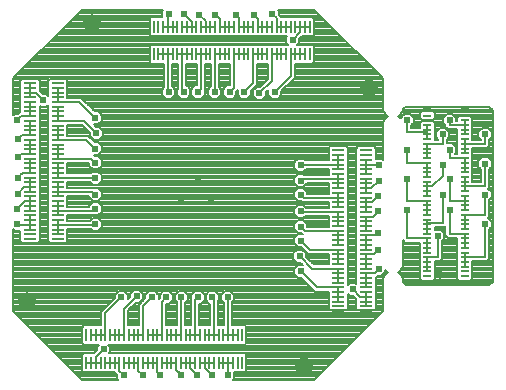
<source format=gbl>
G75*
%MOIN*%
%OFA0B0*%
%FSLAX25Y25*%
%IPPOS*%
%LPD*%
%AMOC8*
5,1,8,0,0,1.08239X$1,22.5*
%
%ADD10R,0.00787X0.04488*%
%ADD11R,0.02953X0.00906*%
%ADD12R,0.02953X0.01378*%
%ADD13R,0.04488X0.00787*%
%ADD14C,0.05937*%
%ADD15C,0.00787*%
%ADD16C,0.02381*%
D10*
X0107890Y0155626D03*
X0109465Y0155626D03*
X0111039Y0155626D03*
X0112614Y0155626D03*
X0114189Y0155626D03*
X0115764Y0155626D03*
X0117339Y0155626D03*
X0118913Y0155626D03*
X0120488Y0155626D03*
X0122063Y0155626D03*
X0123638Y0155626D03*
X0125213Y0155626D03*
X0126787Y0155626D03*
X0128362Y0155626D03*
X0129937Y0155626D03*
X0131512Y0155626D03*
X0133087Y0155626D03*
X0134661Y0155626D03*
X0136236Y0155626D03*
X0137811Y0155626D03*
X0139386Y0155626D03*
X0140961Y0155626D03*
X0142535Y0155626D03*
X0144110Y0155626D03*
X0145685Y0155626D03*
X0147260Y0155626D03*
X0148835Y0155626D03*
X0150409Y0155626D03*
X0151984Y0155626D03*
X0153559Y0155626D03*
X0155134Y0155626D03*
X0156709Y0155626D03*
X0158283Y0155626D03*
X0159858Y0155626D03*
X0161433Y0155626D03*
X0161433Y0164839D03*
X0159858Y0164839D03*
X0158283Y0164839D03*
X0156709Y0164839D03*
X0155134Y0164839D03*
X0153559Y0164839D03*
X0151984Y0164839D03*
X0150409Y0164839D03*
X0148835Y0164839D03*
X0147260Y0164839D03*
X0145685Y0164839D03*
X0144110Y0164839D03*
X0142535Y0164839D03*
X0140961Y0164839D03*
X0139386Y0164839D03*
X0137811Y0164839D03*
X0136236Y0164839D03*
X0134661Y0164839D03*
X0133087Y0164839D03*
X0131512Y0164839D03*
X0129937Y0164839D03*
X0128362Y0164839D03*
X0126787Y0164839D03*
X0125213Y0164839D03*
X0123638Y0164839D03*
X0122063Y0164839D03*
X0120488Y0164839D03*
X0118913Y0164839D03*
X0117339Y0164839D03*
X0115764Y0164839D03*
X0114189Y0164839D03*
X0112614Y0164839D03*
X0111039Y0164839D03*
X0109465Y0164839D03*
X0107890Y0164839D03*
X0131906Y0258421D03*
X0133480Y0258421D03*
X0135055Y0258421D03*
X0136630Y0258421D03*
X0138205Y0258421D03*
X0139780Y0258421D03*
X0141354Y0258421D03*
X0142929Y0258421D03*
X0144504Y0258421D03*
X0146079Y0258421D03*
X0147654Y0258421D03*
X0149228Y0258421D03*
X0150803Y0258421D03*
X0152378Y0258421D03*
X0153953Y0258421D03*
X0155528Y0258421D03*
X0157102Y0258421D03*
X0158677Y0258421D03*
X0160252Y0258421D03*
X0161827Y0258421D03*
X0163402Y0258421D03*
X0164976Y0258421D03*
X0166551Y0258421D03*
X0168126Y0258421D03*
X0169701Y0258421D03*
X0171276Y0258421D03*
X0172850Y0258421D03*
X0174425Y0258421D03*
X0176000Y0258421D03*
X0177575Y0258421D03*
X0179150Y0258421D03*
X0180724Y0258421D03*
X0182299Y0258421D03*
X0183874Y0258421D03*
X0185449Y0258421D03*
X0185449Y0267634D03*
X0183874Y0267634D03*
X0182299Y0267634D03*
X0180724Y0267634D03*
X0179150Y0267634D03*
X0177575Y0267634D03*
X0176000Y0267634D03*
X0174425Y0267634D03*
X0172850Y0267634D03*
X0171276Y0267634D03*
X0169701Y0267634D03*
X0168126Y0267634D03*
X0166551Y0267634D03*
X0164976Y0267634D03*
X0163402Y0267634D03*
X0161827Y0267634D03*
X0160252Y0267634D03*
X0158677Y0267634D03*
X0157102Y0267634D03*
X0155528Y0267634D03*
X0153953Y0267634D03*
X0152378Y0267634D03*
X0150803Y0267634D03*
X0149228Y0267634D03*
X0147654Y0267634D03*
X0146079Y0267634D03*
X0144504Y0267634D03*
X0142929Y0267634D03*
X0141354Y0267634D03*
X0139780Y0267634D03*
X0138205Y0267634D03*
X0136630Y0267634D03*
X0135055Y0267634D03*
X0133480Y0267634D03*
X0131906Y0267634D03*
D11*
X0223106Y0238008D03*
X0223106Y0236433D03*
X0223106Y0234858D03*
X0223106Y0233283D03*
X0223106Y0231709D03*
X0223106Y0230134D03*
X0223106Y0228559D03*
X0223106Y0226984D03*
X0223106Y0225409D03*
X0223106Y0223835D03*
X0223106Y0222260D03*
X0223106Y0220685D03*
X0223106Y0219110D03*
X0223106Y0217535D03*
X0223106Y0215961D03*
X0223106Y0214386D03*
X0223106Y0212811D03*
X0223106Y0211236D03*
X0223106Y0209661D03*
X0223106Y0208087D03*
X0223106Y0206512D03*
X0223106Y0204937D03*
X0223106Y0203362D03*
X0223106Y0201787D03*
X0223106Y0200213D03*
X0223106Y0198638D03*
X0223106Y0197063D03*
X0223106Y0195488D03*
X0223106Y0193913D03*
X0223106Y0192339D03*
X0223106Y0190764D03*
X0223106Y0189189D03*
X0223106Y0187614D03*
X0223106Y0186039D03*
X0223106Y0184465D03*
X0235587Y0184465D03*
X0235587Y0186039D03*
X0235587Y0187614D03*
X0235587Y0189189D03*
X0235587Y0190764D03*
X0235587Y0192339D03*
X0235587Y0193913D03*
X0235587Y0195488D03*
X0235587Y0197063D03*
X0235587Y0198638D03*
X0235587Y0200213D03*
X0235587Y0201787D03*
X0235587Y0203362D03*
X0235587Y0204937D03*
X0235587Y0206512D03*
X0235587Y0208087D03*
X0235587Y0209661D03*
X0235587Y0211236D03*
X0235587Y0212811D03*
X0235587Y0214386D03*
X0235587Y0215961D03*
X0235587Y0217535D03*
X0235587Y0219110D03*
X0235587Y0220685D03*
X0235587Y0222260D03*
X0235587Y0223835D03*
X0235587Y0225409D03*
X0235587Y0226984D03*
X0235587Y0228559D03*
X0235587Y0230134D03*
X0235587Y0231709D03*
X0235587Y0233283D03*
X0235587Y0234858D03*
X0235587Y0236433D03*
X0235587Y0238008D03*
D12*
X0235587Y0239878D03*
X0223106Y0239878D03*
X0223106Y0182594D03*
X0235587Y0182594D03*
D13*
X0202673Y0182299D03*
X0202673Y0180724D03*
X0202673Y0179150D03*
X0202673Y0177575D03*
X0202673Y0176000D03*
X0202673Y0174425D03*
X0202673Y0172850D03*
X0193461Y0172850D03*
X0193461Y0174425D03*
X0193461Y0176000D03*
X0193461Y0177575D03*
X0193461Y0179150D03*
X0193461Y0180724D03*
X0193461Y0182299D03*
X0193461Y0183874D03*
X0193461Y0185449D03*
X0193461Y0187024D03*
X0193461Y0188598D03*
X0193461Y0190173D03*
X0193461Y0191748D03*
X0193461Y0193323D03*
X0193461Y0194898D03*
X0193461Y0196472D03*
X0193461Y0198047D03*
X0193461Y0199622D03*
X0193461Y0201197D03*
X0193461Y0202772D03*
X0193461Y0204346D03*
X0193461Y0205921D03*
X0193461Y0207496D03*
X0193461Y0209071D03*
X0193461Y0210646D03*
X0193461Y0212220D03*
X0193461Y0213795D03*
X0193461Y0215370D03*
X0193461Y0216945D03*
X0193461Y0218520D03*
X0193461Y0220094D03*
X0193461Y0221669D03*
X0193461Y0223244D03*
X0193461Y0224819D03*
X0193461Y0226394D03*
X0202673Y0226394D03*
X0202673Y0224819D03*
X0202673Y0223244D03*
X0202673Y0221669D03*
X0202673Y0220094D03*
X0202673Y0218520D03*
X0202673Y0216945D03*
X0202673Y0215370D03*
X0202673Y0213795D03*
X0202673Y0212220D03*
X0202673Y0210646D03*
X0202673Y0209071D03*
X0202673Y0207496D03*
X0202673Y0205921D03*
X0202673Y0204346D03*
X0202673Y0202772D03*
X0202673Y0201197D03*
X0202673Y0199622D03*
X0202673Y0198047D03*
X0202673Y0196472D03*
X0202673Y0194898D03*
X0202673Y0193323D03*
X0202673Y0191748D03*
X0202673Y0190173D03*
X0202673Y0188598D03*
X0202673Y0187024D03*
X0202673Y0185449D03*
X0202673Y0183874D03*
X0099878Y0196866D03*
X0099878Y0198441D03*
X0099878Y0200016D03*
X0099878Y0201591D03*
X0099878Y0203165D03*
X0099878Y0204740D03*
X0099878Y0206315D03*
X0099878Y0207890D03*
X0099878Y0209465D03*
X0099878Y0211039D03*
X0099878Y0212614D03*
X0099878Y0214189D03*
X0099878Y0215764D03*
X0099878Y0217339D03*
X0099878Y0218913D03*
X0099878Y0220488D03*
X0099878Y0222063D03*
X0099878Y0223638D03*
X0099878Y0225213D03*
X0099878Y0226787D03*
X0099878Y0228362D03*
X0099878Y0229937D03*
X0099878Y0231512D03*
X0099878Y0233087D03*
X0099878Y0234661D03*
X0099878Y0236236D03*
X0099878Y0237811D03*
X0099878Y0239386D03*
X0099878Y0240961D03*
X0099878Y0242535D03*
X0099878Y0244110D03*
X0099878Y0245685D03*
X0099878Y0247260D03*
X0099878Y0248835D03*
X0099878Y0250409D03*
X0090665Y0250409D03*
X0090665Y0248835D03*
X0090665Y0247260D03*
X0090665Y0245685D03*
X0090665Y0244110D03*
X0090665Y0242535D03*
X0090665Y0240961D03*
X0090665Y0239386D03*
X0090665Y0237811D03*
X0090665Y0236236D03*
X0090665Y0234661D03*
X0090665Y0233087D03*
X0090665Y0231512D03*
X0090665Y0229937D03*
X0090665Y0228362D03*
X0090665Y0226787D03*
X0090665Y0225213D03*
X0090665Y0223638D03*
X0090665Y0222063D03*
X0090665Y0220488D03*
X0090665Y0218913D03*
X0090665Y0217339D03*
X0090665Y0215764D03*
X0090665Y0214189D03*
X0090665Y0212614D03*
X0090665Y0211039D03*
X0090665Y0209465D03*
X0090665Y0207890D03*
X0090665Y0206315D03*
X0090665Y0204740D03*
X0090665Y0203165D03*
X0090665Y0201591D03*
X0090665Y0200016D03*
X0090665Y0198441D03*
X0090665Y0196866D03*
D14*
X0089583Y0176197D03*
X0111236Y0268717D03*
X0203756Y0247063D03*
X0182102Y0154543D03*
D15*
X0107876Y0150031D02*
X0085071Y0172837D01*
X0085071Y0200061D01*
X0085528Y0199603D01*
X0087338Y0199603D01*
X0087428Y0199693D01*
X0087428Y0196061D01*
X0088010Y0195479D01*
X0093321Y0195479D01*
X0093903Y0196061D01*
X0093903Y0241228D01*
X0094190Y0240942D01*
X0095999Y0240942D01*
X0096640Y0241583D01*
X0096640Y0196061D01*
X0097222Y0195479D01*
X0102534Y0195479D01*
X0103116Y0196061D01*
X0103116Y0200203D01*
X0110913Y0200203D01*
X0111513Y0199603D01*
X0113322Y0199603D01*
X0114602Y0200883D01*
X0114602Y0202692D01*
X0113322Y0203972D01*
X0111513Y0203972D01*
X0110519Y0202978D01*
X0103116Y0202978D01*
X0103116Y0204928D01*
X0111306Y0204928D01*
X0111513Y0204721D01*
X0113322Y0204721D01*
X0114602Y0206001D01*
X0114602Y0207810D01*
X0113322Y0209090D01*
X0111513Y0209090D01*
X0110233Y0207810D01*
X0110233Y0207702D01*
X0103116Y0207702D01*
X0103116Y0211227D01*
X0110233Y0211227D01*
X0110233Y0210725D01*
X0111513Y0209446D01*
X0113322Y0209446D01*
X0114602Y0210725D01*
X0114602Y0212535D01*
X0113322Y0213814D01*
X0112195Y0213814D01*
X0112008Y0214002D01*
X0103116Y0214002D01*
X0103116Y0215951D01*
X0110519Y0215951D01*
X0111513Y0214957D01*
X0113322Y0214957D01*
X0114602Y0216237D01*
X0114602Y0218046D01*
X0113322Y0219326D01*
X0111513Y0219326D01*
X0110913Y0218726D01*
X0103116Y0218726D01*
X0103116Y0222250D01*
X0110233Y0222250D01*
X0110233Y0221355D01*
X0111513Y0220076D01*
X0113322Y0220076D01*
X0114602Y0221355D01*
X0114602Y0223165D01*
X0113322Y0224444D01*
X0112195Y0224444D01*
X0111839Y0224800D01*
X0113322Y0224800D01*
X0114602Y0226080D01*
X0114602Y0227889D01*
X0113322Y0229168D01*
X0112195Y0229168D01*
X0110039Y0231324D01*
X0103116Y0231324D01*
X0103116Y0234849D01*
X0108102Y0234849D01*
X0110627Y0232325D01*
X0110627Y0231198D01*
X0111906Y0229918D01*
X0113716Y0229918D01*
X0114995Y0231198D01*
X0114995Y0233007D01*
X0113716Y0234287D01*
X0112589Y0234287D01*
X0111839Y0235036D01*
X0113322Y0235036D01*
X0114602Y0236316D01*
X0114602Y0238125D01*
X0113322Y0239405D01*
X0112195Y0239405D01*
X0107677Y0243923D01*
X0103116Y0243923D01*
X0103116Y0249640D01*
X0102534Y0250222D01*
X0097222Y0250222D01*
X0096640Y0249640D01*
X0096640Y0244669D01*
X0095999Y0245310D01*
X0094872Y0245310D01*
X0093903Y0246279D01*
X0093903Y0249640D01*
X0093321Y0250222D01*
X0088010Y0250222D01*
X0087428Y0249640D01*
X0087428Y0239198D01*
X0087236Y0239198D01*
X0086655Y0238617D01*
X0085528Y0238617D01*
X0085071Y0238160D01*
X0085071Y0250423D01*
X0107876Y0273228D01*
X0135100Y0273228D01*
X0134643Y0272771D01*
X0134643Y0270961D01*
X0134732Y0270872D01*
X0131100Y0270872D01*
X0130518Y0270290D01*
X0130518Y0264978D01*
X0131100Y0264396D01*
X0176268Y0264396D01*
X0175981Y0264109D01*
X0175981Y0262300D01*
X0176622Y0261659D01*
X0131100Y0261659D01*
X0130518Y0261077D01*
X0130518Y0255766D01*
X0131100Y0255183D01*
X0135243Y0255183D01*
X0135243Y0247387D01*
X0134643Y0246787D01*
X0134643Y0244977D01*
X0135922Y0243698D01*
X0137732Y0243698D01*
X0139011Y0244977D01*
X0139011Y0246787D01*
X0138017Y0247780D01*
X0138017Y0255183D01*
X0139967Y0255183D01*
X0139967Y0246993D01*
X0139761Y0246787D01*
X0139761Y0244977D01*
X0141040Y0243698D01*
X0142850Y0243698D01*
X0144129Y0244977D01*
X0144129Y0246787D01*
X0142850Y0248066D01*
X0142742Y0248066D01*
X0142742Y0255183D01*
X0146266Y0255183D01*
X0146266Y0248066D01*
X0145765Y0248066D01*
X0144485Y0246787D01*
X0144485Y0244977D01*
X0145765Y0243698D01*
X0147574Y0243698D01*
X0148854Y0244977D01*
X0148854Y0246104D01*
X0149041Y0246291D01*
X0149041Y0255183D01*
X0150991Y0255183D01*
X0150991Y0247780D01*
X0149997Y0246787D01*
X0149997Y0244977D01*
X0151276Y0243698D01*
X0153086Y0243698D01*
X0154365Y0244977D01*
X0154365Y0246787D01*
X0153765Y0247387D01*
X0153765Y0255183D01*
X0157290Y0255183D01*
X0157290Y0248066D01*
X0156394Y0248066D01*
X0155115Y0246787D01*
X0155115Y0244977D01*
X0156394Y0243698D01*
X0158204Y0243698D01*
X0159483Y0244977D01*
X0159483Y0246104D01*
X0159839Y0246460D01*
X0159839Y0244977D01*
X0161119Y0243698D01*
X0162928Y0243698D01*
X0164208Y0244977D01*
X0164208Y0246104D01*
X0166364Y0248260D01*
X0166364Y0255183D01*
X0169888Y0255183D01*
X0169888Y0250197D01*
X0167364Y0247672D01*
X0166237Y0247672D01*
X0164957Y0246393D01*
X0164957Y0244583D01*
X0166237Y0243304D01*
X0168046Y0243304D01*
X0169326Y0244583D01*
X0169326Y0245710D01*
X0170076Y0246460D01*
X0170076Y0244977D01*
X0171355Y0243698D01*
X0173165Y0243698D01*
X0174444Y0244977D01*
X0174444Y0246104D01*
X0178962Y0250622D01*
X0178962Y0255183D01*
X0184679Y0255183D01*
X0185261Y0255766D01*
X0185261Y0261077D01*
X0184679Y0261659D01*
X0179709Y0261659D01*
X0180350Y0262300D01*
X0180350Y0263427D01*
X0181319Y0264396D01*
X0184679Y0264396D01*
X0185261Y0264978D01*
X0185261Y0270290D01*
X0184679Y0270872D01*
X0174238Y0270872D01*
X0174238Y0271063D01*
X0173657Y0271644D01*
X0173657Y0272771D01*
X0173199Y0273228D01*
X0185462Y0273228D01*
X0208268Y0250423D01*
X0208268Y0239863D01*
X0209169Y0238302D01*
X0210020Y0237811D01*
X0209169Y0237320D01*
X0209169Y0237320D01*
X0208268Y0235759D01*
X0208268Y0235759D01*
X0208268Y0223199D01*
X0207810Y0223657D01*
X0206001Y0223657D01*
X0205911Y0223567D01*
X0205911Y0227199D01*
X0205329Y0227781D01*
X0200018Y0227781D01*
X0199435Y0227199D01*
X0199435Y0182031D01*
X0199149Y0182318D01*
X0197339Y0182318D01*
X0196698Y0181677D01*
X0196698Y0225624D01*
X0196698Y0227199D01*
X0196116Y0227781D01*
X0190805Y0227781D01*
X0190223Y0227199D01*
X0190223Y0223057D01*
X0182426Y0223057D01*
X0181826Y0223657D01*
X0180017Y0223657D01*
X0178737Y0222377D01*
X0178737Y0220568D01*
X0180017Y0219288D01*
X0181826Y0219288D01*
X0182820Y0220282D01*
X0190223Y0220282D01*
X0190223Y0218332D01*
X0182032Y0218332D01*
X0181826Y0218539D01*
X0180017Y0218539D01*
X0178737Y0217259D01*
X0178737Y0215450D01*
X0180017Y0214170D01*
X0181826Y0214170D01*
X0183105Y0215450D01*
X0183105Y0215557D01*
X0190223Y0215557D01*
X0190223Y0212033D01*
X0183105Y0212033D01*
X0183105Y0212535D01*
X0181826Y0213814D01*
X0180017Y0213814D01*
X0178737Y0212535D01*
X0178737Y0210725D01*
X0180017Y0209446D01*
X0181143Y0209446D01*
X0181331Y0209258D01*
X0190223Y0209258D01*
X0190223Y0207309D01*
X0182820Y0207309D01*
X0181826Y0208302D01*
X0180017Y0208302D01*
X0178737Y0207023D01*
X0178737Y0205213D01*
X0180017Y0203934D01*
X0181826Y0203934D01*
X0182426Y0204534D01*
X0190223Y0204534D01*
X0190223Y0201009D01*
X0183105Y0201009D01*
X0183105Y0201905D01*
X0181826Y0203184D01*
X0180017Y0203184D01*
X0178737Y0201905D01*
X0178737Y0200095D01*
X0180017Y0198816D01*
X0181143Y0198816D01*
X0181499Y0198460D01*
X0180017Y0198460D01*
X0178737Y0197180D01*
X0178737Y0195371D01*
X0180017Y0194091D01*
X0181143Y0194091D01*
X0183299Y0191935D01*
X0190223Y0191935D01*
X0190223Y0188411D01*
X0185236Y0188411D01*
X0182712Y0190935D01*
X0182712Y0192062D01*
X0181432Y0193342D01*
X0179623Y0193342D01*
X0178343Y0192062D01*
X0178343Y0190253D01*
X0179623Y0188973D01*
X0180750Y0188973D01*
X0181499Y0188224D01*
X0180017Y0188224D01*
X0178737Y0186944D01*
X0178737Y0185135D01*
X0180017Y0183855D01*
X0181143Y0183855D01*
X0185662Y0179337D01*
X0190223Y0179337D01*
X0190223Y0173620D01*
X0190805Y0173038D01*
X0196116Y0173038D01*
X0196698Y0173620D01*
X0196698Y0178591D01*
X0197339Y0177950D01*
X0198466Y0177950D01*
X0199435Y0176980D01*
X0199435Y0173620D01*
X0200018Y0173038D01*
X0205329Y0173038D01*
X0205911Y0173620D01*
X0205911Y0184061D01*
X0206102Y0184061D01*
X0206683Y0184643D01*
X0207810Y0184643D01*
X0209090Y0185922D01*
X0209090Y0186471D01*
X0209169Y0186334D01*
X0210020Y0185843D01*
X0209169Y0185351D01*
X0209169Y0185351D01*
X0208268Y0183791D01*
X0208268Y0172837D01*
X0185462Y0150031D01*
X0158239Y0150031D01*
X0158696Y0150489D01*
X0158696Y0152298D01*
X0158606Y0152388D01*
X0162238Y0152388D01*
X0162820Y0152970D01*
X0162820Y0158282D01*
X0162238Y0158864D01*
X0117071Y0158864D01*
X0117357Y0159150D01*
X0117357Y0160960D01*
X0116717Y0161601D01*
X0162238Y0161601D01*
X0162820Y0162183D01*
X0162820Y0167494D01*
X0162238Y0168076D01*
X0158096Y0168076D01*
X0158096Y0175873D01*
X0158696Y0176473D01*
X0158696Y0178283D01*
X0157417Y0179562D01*
X0155607Y0179562D01*
X0154328Y0178283D01*
X0154328Y0176473D01*
X0155321Y0175480D01*
X0155321Y0168076D01*
X0153372Y0168076D01*
X0153372Y0176267D01*
X0153578Y0176473D01*
X0153578Y0178283D01*
X0152298Y0179562D01*
X0150489Y0179562D01*
X0149209Y0178283D01*
X0149209Y0176473D01*
X0150489Y0175194D01*
X0150597Y0175194D01*
X0150597Y0168076D01*
X0147072Y0168076D01*
X0147072Y0175194D01*
X0147574Y0175194D01*
X0148854Y0176473D01*
X0148854Y0178283D01*
X0147574Y0179562D01*
X0145765Y0179562D01*
X0144485Y0178283D01*
X0144485Y0177156D01*
X0144298Y0176968D01*
X0144298Y0168076D01*
X0142348Y0168076D01*
X0142348Y0175480D01*
X0143342Y0176473D01*
X0143342Y0178283D01*
X0142062Y0179562D01*
X0140253Y0179562D01*
X0138973Y0178283D01*
X0138973Y0176473D01*
X0139573Y0175873D01*
X0139573Y0168076D01*
X0136049Y0168076D01*
X0136049Y0175194D01*
X0136944Y0175194D01*
X0138224Y0176473D01*
X0138224Y0178283D01*
X0136944Y0179562D01*
X0135135Y0179562D01*
X0133855Y0178283D01*
X0133855Y0177156D01*
X0133499Y0176800D01*
X0133499Y0178283D01*
X0132220Y0179562D01*
X0130410Y0179562D01*
X0129131Y0178283D01*
X0129131Y0177156D01*
X0126975Y0175000D01*
X0126975Y0168076D01*
X0123450Y0168076D01*
X0123450Y0173063D01*
X0125975Y0175587D01*
X0127102Y0175587D01*
X0128381Y0176867D01*
X0128381Y0178676D01*
X0127102Y0179956D01*
X0125292Y0179956D01*
X0124013Y0178676D01*
X0124013Y0177549D01*
X0123263Y0176800D01*
X0123263Y0178283D01*
X0121983Y0179562D01*
X0120174Y0179562D01*
X0118894Y0178283D01*
X0118894Y0177156D01*
X0114376Y0172638D01*
X0114376Y0168076D01*
X0108659Y0168076D01*
X0108077Y0167494D01*
X0108077Y0162183D01*
X0108659Y0161601D01*
X0113630Y0161601D01*
X0112989Y0160960D01*
X0112989Y0159833D01*
X0112020Y0158864D01*
X0108659Y0158864D01*
X0108077Y0158282D01*
X0108077Y0152970D01*
X0108659Y0152388D01*
X0119101Y0152388D01*
X0119101Y0152197D01*
X0119682Y0151616D01*
X0119682Y0150489D01*
X0120139Y0150031D01*
X0107876Y0150031D01*
X0107579Y0150329D02*
X0119842Y0150329D01*
X0119682Y0151115D02*
X0106793Y0151115D01*
X0106007Y0151901D02*
X0119397Y0151901D01*
X0120488Y0152772D02*
X0121866Y0151394D01*
X0120488Y0152772D02*
X0120488Y0155626D01*
X0118913Y0155626D01*
X0119110Y0155626D02*
X0117339Y0155626D01*
X0115764Y0155626D01*
X0114189Y0155626D02*
X0112614Y0155626D01*
X0112417Y0155626D01*
X0111039Y0155626D01*
X0109465Y0155626D01*
X0111236Y0155626D01*
X0112614Y0155626D02*
X0112614Y0157496D01*
X0115173Y0160055D01*
X0117357Y0159760D02*
X0195190Y0159760D01*
X0195976Y0160546D02*
X0117357Y0160546D01*
X0116986Y0161331D02*
X0196762Y0161331D01*
X0197548Y0162117D02*
X0162755Y0162117D01*
X0162820Y0162903D02*
X0198334Y0162903D01*
X0199120Y0163689D02*
X0162820Y0163689D01*
X0162820Y0164475D02*
X0199906Y0164475D01*
X0200692Y0165261D02*
X0162820Y0165261D01*
X0162820Y0166047D02*
X0201478Y0166047D01*
X0202263Y0166833D02*
X0162820Y0166833D01*
X0162696Y0167619D02*
X0203049Y0167619D01*
X0203835Y0168405D02*
X0158096Y0168405D01*
X0158096Y0169191D02*
X0204621Y0169191D01*
X0205407Y0169977D02*
X0158096Y0169977D01*
X0158096Y0170762D02*
X0206193Y0170762D01*
X0206979Y0171548D02*
X0158096Y0171548D01*
X0158096Y0172334D02*
X0207765Y0172334D01*
X0208268Y0173120D02*
X0205411Y0173120D01*
X0205911Y0173906D02*
X0208268Y0173906D01*
X0208268Y0174692D02*
X0205911Y0174692D01*
X0205911Y0175478D02*
X0208268Y0175478D01*
X0208268Y0176264D02*
X0205911Y0176264D01*
X0205911Y0177050D02*
X0208268Y0177050D01*
X0208268Y0177836D02*
X0205911Y0177836D01*
X0205911Y0178622D02*
X0208268Y0178622D01*
X0208268Y0179407D02*
X0205911Y0179407D01*
X0205911Y0180193D02*
X0208268Y0180193D01*
X0208268Y0180979D02*
X0205911Y0180979D01*
X0205911Y0181765D02*
X0208268Y0181765D01*
X0208268Y0182551D02*
X0205911Y0182551D01*
X0205911Y0183337D02*
X0208268Y0183337D01*
X0208460Y0184123D02*
X0206164Y0184123D01*
X0205528Y0185449D02*
X0206906Y0186827D01*
X0205528Y0185449D02*
X0202673Y0185449D01*
X0202673Y0183874D01*
X0202673Y0184071D02*
X0202673Y0182299D01*
X0202673Y0180724D01*
X0202673Y0179150D02*
X0202673Y0177575D01*
X0202673Y0177378D01*
X0202673Y0176000D01*
X0202673Y0174425D01*
X0202673Y0176197D01*
X0202673Y0177575D02*
X0200803Y0177575D01*
X0198244Y0180134D01*
X0196786Y0181765D02*
X0196698Y0181765D01*
X0196698Y0182551D02*
X0199435Y0182551D01*
X0199435Y0183337D02*
X0196698Y0183337D01*
X0196698Y0184123D02*
X0199435Y0184123D01*
X0199435Y0184909D02*
X0196698Y0184909D01*
X0196698Y0185695D02*
X0199435Y0185695D01*
X0199435Y0186481D02*
X0196698Y0186481D01*
X0196698Y0187267D02*
X0199435Y0187267D01*
X0199435Y0188053D02*
X0196698Y0188053D01*
X0196698Y0188838D02*
X0199435Y0188838D01*
X0199435Y0189624D02*
X0196698Y0189624D01*
X0196698Y0190410D02*
X0199435Y0190410D01*
X0199435Y0191196D02*
X0196698Y0191196D01*
X0196698Y0191982D02*
X0199435Y0191982D01*
X0199435Y0192768D02*
X0196698Y0192768D01*
X0196698Y0193554D02*
X0199435Y0193554D01*
X0199435Y0194340D02*
X0196698Y0194340D01*
X0196698Y0195126D02*
X0199435Y0195126D01*
X0199435Y0195912D02*
X0196698Y0195912D01*
X0196698Y0196698D02*
X0199435Y0196698D01*
X0199435Y0197483D02*
X0196698Y0197483D01*
X0196698Y0198269D02*
X0199435Y0198269D01*
X0199435Y0199055D02*
X0196698Y0199055D01*
X0196698Y0199841D02*
X0199435Y0199841D01*
X0199435Y0200627D02*
X0196698Y0200627D01*
X0196698Y0201413D02*
X0199435Y0201413D01*
X0199435Y0202199D02*
X0196698Y0202199D01*
X0196698Y0202985D02*
X0199435Y0202985D01*
X0199435Y0203771D02*
X0196698Y0203771D01*
X0196698Y0204557D02*
X0199435Y0204557D01*
X0199435Y0205343D02*
X0196698Y0205343D01*
X0196698Y0206129D02*
X0199435Y0206129D01*
X0199435Y0206914D02*
X0196698Y0206914D01*
X0196698Y0207700D02*
X0199435Y0207700D01*
X0199435Y0208486D02*
X0196698Y0208486D01*
X0196698Y0209272D02*
X0199435Y0209272D01*
X0199435Y0210058D02*
X0196698Y0210058D01*
X0196698Y0210844D02*
X0199435Y0210844D01*
X0199435Y0211630D02*
X0196698Y0211630D01*
X0196698Y0212416D02*
X0199435Y0212416D01*
X0199435Y0213202D02*
X0196698Y0213202D01*
X0196698Y0213988D02*
X0199435Y0213988D01*
X0199435Y0214774D02*
X0196698Y0214774D01*
X0196698Y0215559D02*
X0199435Y0215559D01*
X0199435Y0216345D02*
X0196698Y0216345D01*
X0196698Y0217131D02*
X0199435Y0217131D01*
X0199435Y0217917D02*
X0196698Y0217917D01*
X0196698Y0218703D02*
X0199435Y0218703D01*
X0199435Y0219489D02*
X0196698Y0219489D01*
X0196698Y0220275D02*
X0199435Y0220275D01*
X0199435Y0221061D02*
X0196698Y0221061D01*
X0196698Y0221847D02*
X0199435Y0221847D01*
X0199435Y0222633D02*
X0196698Y0222633D01*
X0196698Y0223419D02*
X0199435Y0223419D01*
X0199435Y0224205D02*
X0196698Y0224205D01*
X0196698Y0224990D02*
X0199435Y0224990D01*
X0199435Y0225776D02*
X0196698Y0225776D01*
X0196698Y0226562D02*
X0199435Y0226562D01*
X0199585Y0227348D02*
X0196549Y0227348D01*
X0193461Y0224819D02*
X0193461Y0223244D01*
X0193461Y0221866D01*
X0193461Y0221669D01*
X0193461Y0221472D01*
X0193461Y0220094D01*
X0193461Y0218520D02*
X0193461Y0216945D01*
X0193461Y0215567D01*
X0193461Y0213795D01*
X0193461Y0215370D01*
X0193461Y0216945D02*
X0181512Y0216945D01*
X0180921Y0216354D01*
X0178737Y0216345D02*
X0114602Y0216345D01*
X0114602Y0217131D02*
X0178737Y0217131D01*
X0179395Y0217917D02*
X0114602Y0217917D01*
X0113945Y0218703D02*
X0190223Y0218703D01*
X0190223Y0219489D02*
X0182027Y0219489D01*
X0182813Y0220275D02*
X0190223Y0220275D01*
X0190223Y0223419D02*
X0182064Y0223419D01*
X0181118Y0221669D02*
X0180921Y0221472D01*
X0181118Y0221669D02*
X0193461Y0221669D01*
X0190223Y0224205D02*
X0113562Y0224205D01*
X0113512Y0224990D02*
X0190223Y0224990D01*
X0190223Y0225776D02*
X0114298Y0225776D01*
X0114602Y0226562D02*
X0190223Y0226562D01*
X0190372Y0227348D02*
X0114602Y0227348D01*
X0114356Y0228134D02*
X0208268Y0228134D01*
X0208268Y0227348D02*
X0205762Y0227348D01*
X0205911Y0226562D02*
X0208268Y0226562D01*
X0208268Y0225776D02*
X0205911Y0225776D01*
X0205911Y0224990D02*
X0208268Y0224990D01*
X0208268Y0224205D02*
X0205911Y0224205D01*
X0208048Y0223419D02*
X0208268Y0223419D01*
X0206709Y0221669D02*
X0206906Y0221472D01*
X0206709Y0221669D02*
X0202673Y0221669D01*
X0202673Y0223244D01*
X0202673Y0221472D01*
X0202673Y0221669D02*
X0202673Y0220291D01*
X0202673Y0220094D01*
X0202673Y0218520D01*
X0202673Y0216945D02*
X0202673Y0215370D01*
X0202673Y0214386D01*
X0202673Y0213795D01*
X0202673Y0213598D01*
X0202673Y0212220D01*
X0202673Y0210646D02*
X0202673Y0209071D01*
X0202673Y0205921D01*
X0202673Y0207496D01*
X0202673Y0209071D02*
X0204543Y0209071D01*
X0206708Y0211236D01*
X0204346Y0213795D02*
X0206906Y0216354D01*
X0204346Y0213795D02*
X0202673Y0213795D01*
X0206708Y0206118D02*
X0205911Y0205321D01*
X0205911Y0205116D01*
X0205142Y0204346D01*
X0202673Y0204346D01*
X0202673Y0202969D01*
X0202673Y0202772D01*
X0202673Y0202575D01*
X0202673Y0201197D01*
X0202673Y0199622D01*
X0202673Y0198047D02*
X0202673Y0196669D01*
X0202673Y0196472D01*
X0202673Y0195094D01*
X0202673Y0194898D01*
X0202673Y0193323D01*
X0202673Y0191748D02*
X0202673Y0190173D01*
X0202673Y0188795D01*
X0202673Y0188598D01*
X0202673Y0187024D01*
X0202673Y0185449D02*
X0202673Y0184071D01*
X0208077Y0184909D02*
X0208913Y0184909D01*
X0209169Y0185351D02*
X0209169Y0185351D01*
X0208863Y0185695D02*
X0209764Y0185695D01*
X0209169Y0186334D02*
X0209169Y0186334D01*
X0213240Y0185843D02*
X0214091Y0186334D01*
X0214091Y0186334D01*
X0214992Y0187894D01*
X0214992Y0196463D01*
X0215780Y0195676D01*
X0220636Y0195676D01*
X0220636Y0183600D01*
X0221218Y0183018D01*
X0224994Y0183018D01*
X0225576Y0183600D01*
X0225576Y0189376D01*
X0227165Y0189376D01*
X0227978Y0190189D01*
X0227978Y0196149D01*
X0228775Y0196946D01*
X0228775Y0198755D01*
X0227495Y0200035D01*
X0225686Y0200035D01*
X0225576Y0199925D01*
X0225576Y0200794D01*
X0228740Y0200794D01*
X0229140Y0201194D01*
X0229140Y0198063D01*
X0229953Y0197250D01*
X0233117Y0197250D01*
X0233117Y0183600D01*
X0233699Y0183018D01*
X0237475Y0183018D01*
X0238057Y0183600D01*
X0238057Y0189376D01*
X0242913Y0189376D01*
X0243726Y0190189D01*
X0243726Y0200086D01*
X0244523Y0200883D01*
X0244523Y0202692D01*
X0243289Y0203926D01*
X0243726Y0204362D01*
X0243726Y0209928D01*
X0244523Y0210725D01*
X0244523Y0212535D01*
X0243486Y0213571D01*
X0243726Y0213811D01*
X0243726Y0220165D01*
X0244523Y0220961D01*
X0244523Y0222771D01*
X0243243Y0224050D01*
X0241434Y0224050D01*
X0240154Y0222771D01*
X0240154Y0220961D01*
X0240951Y0220165D01*
X0240951Y0215773D01*
X0238057Y0215773D01*
X0238057Y0227172D01*
X0242913Y0227172D01*
X0243726Y0227984D01*
X0243726Y0230007D01*
X0244523Y0230804D01*
X0244523Y0232613D01*
X0243243Y0233893D01*
X0241434Y0233893D01*
X0240154Y0232613D01*
X0240154Y0230804D01*
X0240951Y0230007D01*
X0240951Y0229946D01*
X0238057Y0229946D01*
X0238057Y0237297D01*
X0237475Y0237880D01*
X0233699Y0237880D01*
X0233117Y0237297D01*
X0233117Y0236246D01*
X0232712Y0236246D01*
X0232712Y0237338D01*
X0231432Y0238617D01*
X0229623Y0238617D01*
X0228343Y0237338D01*
X0228343Y0235528D01*
X0229140Y0234731D01*
X0229140Y0234284D01*
X0229953Y0233471D01*
X0233117Y0233471D01*
X0233117Y0225222D01*
X0232248Y0225222D01*
X0232712Y0225686D01*
X0232712Y0227495D01*
X0231432Y0228775D01*
X0229623Y0228775D01*
X0229553Y0228705D01*
X0229553Y0230007D01*
X0230350Y0230804D01*
X0230350Y0232613D01*
X0229070Y0233893D01*
X0227261Y0233893D01*
X0225981Y0232613D01*
X0225981Y0230804D01*
X0226778Y0230007D01*
X0226778Y0229946D01*
X0225576Y0229946D01*
X0225576Y0235723D01*
X0224994Y0236305D01*
X0221218Y0236305D01*
X0220636Y0235723D01*
X0220636Y0233883D01*
X0217742Y0233883D01*
X0217742Y0234731D01*
X0218539Y0235528D01*
X0218539Y0237338D01*
X0217259Y0238617D01*
X0215450Y0238617D01*
X0214170Y0237338D01*
X0214170Y0237183D01*
X0214091Y0237320D01*
X0213240Y0237811D01*
X0214091Y0238302D01*
X0214091Y0238302D01*
X0214992Y0239863D01*
X0214992Y0240186D01*
X0215751Y0240945D01*
X0243730Y0240945D01*
X0244882Y0239793D01*
X0244882Y0182680D01*
X0243730Y0181528D01*
X0216144Y0181528D01*
X0214992Y0182680D01*
X0214992Y0183791D01*
X0214091Y0185351D01*
X0213240Y0185843D01*
X0213496Y0185695D02*
X0220636Y0185695D01*
X0220636Y0186481D02*
X0214176Y0186481D01*
X0214091Y0186334D02*
X0214091Y0186334D01*
X0214091Y0185351D02*
X0214091Y0185351D01*
X0214091Y0185351D01*
X0214347Y0184909D02*
X0220636Y0184909D01*
X0220636Y0184123D02*
X0214800Y0184123D01*
X0214992Y0183337D02*
X0220899Y0183337D01*
X0223106Y0182594D02*
X0235587Y0182594D01*
X0237794Y0183337D02*
X0244882Y0183337D01*
X0244882Y0184123D02*
X0238057Y0184123D01*
X0238057Y0184909D02*
X0244882Y0184909D01*
X0244882Y0185695D02*
X0238057Y0185695D01*
X0238057Y0186481D02*
X0244882Y0186481D01*
X0244882Y0187267D02*
X0238057Y0187267D01*
X0238057Y0188053D02*
X0244882Y0188053D01*
X0244882Y0188838D02*
X0238057Y0188838D01*
X0235587Y0189189D02*
X0235587Y0192339D01*
X0235587Y0190764D01*
X0242339Y0190764D01*
X0242339Y0201787D01*
X0244523Y0201413D02*
X0244882Y0201413D01*
X0244882Y0200627D02*
X0244267Y0200627D01*
X0243726Y0199841D02*
X0244882Y0199841D01*
X0244882Y0199055D02*
X0243726Y0199055D01*
X0243726Y0198269D02*
X0244882Y0198269D01*
X0244882Y0197483D02*
X0243726Y0197483D01*
X0243726Y0196698D02*
X0244882Y0196698D01*
X0244882Y0195912D02*
X0243726Y0195912D01*
X0243726Y0195126D02*
X0244882Y0195126D01*
X0244882Y0194340D02*
X0243726Y0194340D01*
X0243726Y0193554D02*
X0244882Y0193554D01*
X0244882Y0192768D02*
X0243726Y0192768D01*
X0243726Y0191982D02*
X0244882Y0191982D01*
X0244882Y0191196D02*
X0243726Y0191196D01*
X0243726Y0190410D02*
X0244882Y0190410D01*
X0244882Y0189624D02*
X0243161Y0189624D01*
X0244753Y0182551D02*
X0215121Y0182551D01*
X0215907Y0181765D02*
X0243967Y0181765D01*
X0235587Y0187614D02*
X0235587Y0189189D01*
X0233117Y0188838D02*
X0225576Y0188838D01*
X0225576Y0188053D02*
X0233117Y0188053D01*
X0233117Y0187267D02*
X0225576Y0187267D01*
X0225576Y0186481D02*
X0233117Y0186481D01*
X0233117Y0185695D02*
X0225576Y0185695D01*
X0225576Y0184909D02*
X0233117Y0184909D01*
X0233117Y0184123D02*
X0225576Y0184123D01*
X0225313Y0183337D02*
X0233380Y0183337D01*
X0227378Y0182594D02*
X0227378Y0185646D01*
X0227064Y0185646D01*
X0227413Y0189624D02*
X0233117Y0189624D01*
X0233117Y0190410D02*
X0227978Y0190410D01*
X0227978Y0191196D02*
X0233117Y0191196D01*
X0233117Y0191982D02*
X0227978Y0191982D01*
X0227978Y0192768D02*
X0233117Y0192768D01*
X0233117Y0193554D02*
X0227978Y0193554D01*
X0227978Y0194340D02*
X0233117Y0194340D01*
X0233117Y0195126D02*
X0227978Y0195126D01*
X0227978Y0195912D02*
X0233117Y0195912D01*
X0233117Y0196698D02*
X0228527Y0196698D01*
X0228775Y0197483D02*
X0229720Y0197483D01*
X0229140Y0198269D02*
X0228775Y0198269D01*
X0228475Y0199055D02*
X0229140Y0199055D01*
X0229140Y0199841D02*
X0227689Y0199841D01*
X0229140Y0200627D02*
X0225576Y0200627D01*
X0223106Y0200213D02*
X0223106Y0202181D01*
X0223106Y0201787D01*
X0223106Y0202181D02*
X0228165Y0202181D01*
X0228165Y0211630D01*
X0230528Y0209661D02*
X0230528Y0216748D01*
X0228165Y0217869D02*
X0228165Y0221472D01*
X0230528Y0223835D02*
X0230528Y0226591D01*
X0232073Y0228134D02*
X0233117Y0228134D01*
X0233117Y0227348D02*
X0232712Y0227348D01*
X0232712Y0226562D02*
X0233117Y0226562D01*
X0233117Y0225776D02*
X0232712Y0225776D01*
X0235587Y0225409D02*
X0235587Y0228559D01*
X0242339Y0228559D01*
X0242339Y0231709D01*
X0244523Y0232064D02*
X0244882Y0232064D01*
X0244882Y0232850D02*
X0244287Y0232850D01*
X0244882Y0233635D02*
X0243501Y0233635D01*
X0244882Y0234421D02*
X0238057Y0234421D01*
X0238057Y0233635D02*
X0241176Y0233635D01*
X0240391Y0232850D02*
X0238057Y0232850D01*
X0238057Y0232064D02*
X0240154Y0232064D01*
X0240154Y0231278D02*
X0238057Y0231278D01*
X0238057Y0230492D02*
X0240466Y0230492D01*
X0243726Y0229706D02*
X0244882Y0229706D01*
X0244882Y0230492D02*
X0244211Y0230492D01*
X0244523Y0231278D02*
X0244882Y0231278D01*
X0244882Y0228920D02*
X0243726Y0228920D01*
X0243726Y0228134D02*
X0244882Y0228134D01*
X0244882Y0227348D02*
X0243090Y0227348D01*
X0244882Y0226562D02*
X0238057Y0226562D01*
X0238057Y0225776D02*
X0244882Y0225776D01*
X0244882Y0224990D02*
X0238057Y0224990D01*
X0238057Y0224205D02*
X0244882Y0224205D01*
X0244882Y0223419D02*
X0243875Y0223419D01*
X0244523Y0222633D02*
X0244882Y0222633D01*
X0244882Y0221847D02*
X0244523Y0221847D01*
X0244523Y0221061D02*
X0244882Y0221061D01*
X0244882Y0220275D02*
X0243836Y0220275D01*
X0243726Y0219489D02*
X0244882Y0219489D01*
X0244882Y0218703D02*
X0243726Y0218703D01*
X0243726Y0217917D02*
X0244882Y0217917D01*
X0244882Y0217131D02*
X0243726Y0217131D01*
X0243726Y0216345D02*
X0244882Y0216345D01*
X0244882Y0215559D02*
X0243726Y0215559D01*
X0243726Y0214774D02*
X0244882Y0214774D01*
X0244882Y0213988D02*
X0243726Y0213988D01*
X0243856Y0213202D02*
X0244882Y0213202D01*
X0244882Y0212416D02*
X0244523Y0212416D01*
X0244523Y0211630D02*
X0244882Y0211630D01*
X0244882Y0210844D02*
X0244523Y0210844D01*
X0244882Y0210058D02*
X0243856Y0210058D01*
X0243726Y0209272D02*
X0244882Y0209272D01*
X0244882Y0208486D02*
X0243726Y0208486D01*
X0243726Y0207700D02*
X0244882Y0207700D01*
X0244882Y0206914D02*
X0243726Y0206914D01*
X0243726Y0206129D02*
X0244882Y0206129D01*
X0244882Y0205343D02*
X0243726Y0205343D01*
X0243726Y0204557D02*
X0244882Y0204557D01*
X0244882Y0203771D02*
X0243444Y0203771D01*
X0244230Y0202985D02*
X0244882Y0202985D01*
X0244882Y0202199D02*
X0244523Y0202199D01*
X0242339Y0204937D02*
X0242339Y0211630D01*
X0242339Y0214386D02*
X0242339Y0221866D01*
X0240802Y0223419D02*
X0238057Y0223419D01*
X0238057Y0222633D02*
X0240154Y0222633D01*
X0240154Y0221847D02*
X0238057Y0221847D01*
X0238057Y0221061D02*
X0240154Y0221061D01*
X0240841Y0220275D02*
X0238057Y0220275D01*
X0238057Y0219489D02*
X0240951Y0219489D01*
X0240951Y0218703D02*
X0238057Y0218703D01*
X0238057Y0217917D02*
X0240951Y0217917D01*
X0240951Y0217131D02*
X0238057Y0217131D01*
X0238057Y0216345D02*
X0240951Y0216345D01*
X0242339Y0214386D02*
X0235587Y0214386D01*
X0235587Y0215961D01*
X0235587Y0217535D01*
X0235587Y0215961D02*
X0235587Y0212811D01*
X0235587Y0211236D02*
X0235587Y0209268D01*
X0235587Y0209661D01*
X0230528Y0209661D01*
X0230528Y0206512D02*
X0230528Y0198638D01*
X0235587Y0198638D01*
X0235587Y0197063D01*
X0235587Y0193913D01*
X0235587Y0195488D01*
X0235587Y0200213D02*
X0235587Y0202181D01*
X0235587Y0201787D01*
X0235587Y0202181D02*
X0235587Y0203362D01*
X0235587Y0204937D01*
X0242339Y0204937D01*
X0235587Y0204937D02*
X0235587Y0202181D01*
X0235587Y0206512D02*
X0235587Y0208087D01*
X0235587Y0209268D01*
X0235587Y0206512D01*
X0224683Y0214386D02*
X0228165Y0217869D01*
X0224683Y0214386D02*
X0223106Y0214386D01*
X0223106Y0213992D01*
X0223106Y0212811D01*
X0223106Y0213992D02*
X0223106Y0211236D01*
X0223106Y0209661D02*
X0223106Y0208480D01*
X0223106Y0208087D01*
X0223106Y0206512D01*
X0223106Y0206906D02*
X0223106Y0208087D01*
X0223106Y0208480D01*
X0223106Y0208087D02*
X0223106Y0206906D01*
X0223106Y0204937D01*
X0223106Y0203362D02*
X0223106Y0202181D01*
X0223106Y0198638D01*
X0223106Y0197063D02*
X0223106Y0195094D01*
X0223106Y0194701D01*
X0223106Y0195488D01*
X0223106Y0195094D02*
X0223106Y0194701D01*
X0223106Y0193913D01*
X0223106Y0194701D02*
X0223106Y0192339D01*
X0223106Y0190764D02*
X0223106Y0189583D01*
X0223106Y0189189D01*
X0223106Y0189583D02*
X0223106Y0188795D01*
X0223106Y0187614D01*
X0223106Y0188795D02*
X0223106Y0186039D01*
X0220636Y0187267D02*
X0214630Y0187267D01*
X0214992Y0188053D02*
X0220636Y0188053D01*
X0220636Y0188838D02*
X0214992Y0188838D01*
X0214992Y0189624D02*
X0220636Y0189624D01*
X0220636Y0190410D02*
X0214992Y0190410D01*
X0214992Y0191196D02*
X0220636Y0191196D01*
X0220636Y0191982D02*
X0214992Y0191982D01*
X0214992Y0192768D02*
X0220636Y0192768D01*
X0220636Y0193554D02*
X0214992Y0193554D01*
X0214992Y0194340D02*
X0220636Y0194340D01*
X0220636Y0195126D02*
X0214992Y0195126D01*
X0214992Y0195912D02*
X0215544Y0195912D01*
X0216354Y0197063D02*
X0216354Y0206512D01*
X0216354Y0209661D02*
X0216354Y0216748D01*
X0216354Y0222260D02*
X0216354Y0226591D01*
X0216354Y0222260D02*
X0223106Y0222260D01*
X0223106Y0220685D01*
X0223106Y0219110D01*
X0223106Y0217535D01*
X0223106Y0215961D02*
X0223106Y0214386D01*
X0223106Y0209661D02*
X0216354Y0209661D01*
X0216354Y0197063D02*
X0223106Y0197063D01*
X0226591Y0197850D02*
X0226591Y0190764D01*
X0223106Y0190764D01*
X0206728Y0193126D02*
X0205350Y0191748D01*
X0202673Y0191748D01*
X0202673Y0189976D01*
X0202673Y0198047D02*
X0205724Y0198047D01*
X0206708Y0199031D01*
X0193461Y0199622D02*
X0193461Y0198047D01*
X0193461Y0197457D02*
X0193461Y0196472D01*
X0193461Y0194898D01*
X0193461Y0193323D02*
X0193461Y0190173D01*
X0193461Y0191748D01*
X0193461Y0190173D02*
X0193461Y0188598D01*
X0193461Y0187024D02*
X0193461Y0185449D01*
X0193461Y0183677D01*
X0193461Y0182299D01*
X0193461Y0183874D01*
X0193461Y0180724D02*
X0193461Y0179346D01*
X0193461Y0179150D01*
X0193461Y0177772D01*
X0193461Y0177575D01*
X0193461Y0177772D02*
X0193461Y0176000D01*
X0196698Y0176264D02*
X0199435Y0176264D01*
X0199435Y0175478D02*
X0196698Y0175478D01*
X0196698Y0174692D02*
X0199435Y0174692D01*
X0199435Y0173906D02*
X0196698Y0173906D01*
X0196199Y0173120D02*
X0199935Y0173120D01*
X0199366Y0177050D02*
X0196698Y0177050D01*
X0196698Y0177836D02*
X0198580Y0177836D01*
X0193461Y0180724D02*
X0186236Y0180724D01*
X0180921Y0186039D01*
X0178737Y0185695D02*
X0085071Y0185695D01*
X0085071Y0186481D02*
X0178737Y0186481D01*
X0179060Y0187267D02*
X0085071Y0187267D01*
X0085071Y0188053D02*
X0179845Y0188053D01*
X0180884Y0188838D02*
X0085071Y0188838D01*
X0085071Y0189624D02*
X0178972Y0189624D01*
X0178343Y0190410D02*
X0085071Y0190410D01*
X0085071Y0191196D02*
X0178343Y0191196D01*
X0178343Y0191982D02*
X0085071Y0191982D01*
X0085071Y0192768D02*
X0179049Y0192768D01*
X0179768Y0194340D02*
X0085071Y0194340D01*
X0085071Y0195126D02*
X0178982Y0195126D01*
X0178737Y0195912D02*
X0102967Y0195912D01*
X0103116Y0196698D02*
X0178737Y0196698D01*
X0179040Y0197483D02*
X0103116Y0197483D01*
X0103116Y0198269D02*
X0179826Y0198269D01*
X0179777Y0199055D02*
X0103116Y0199055D01*
X0103116Y0199841D02*
X0111274Y0199841D01*
X0112220Y0201591D02*
X0112417Y0201787D01*
X0112220Y0201591D02*
X0099878Y0201591D01*
X0099878Y0201787D01*
X0099878Y0203165D01*
X0099878Y0201591D02*
X0099878Y0201394D01*
X0099878Y0200016D01*
X0099878Y0198441D01*
X0096640Y0198269D02*
X0093903Y0198269D01*
X0093903Y0197483D02*
X0096640Y0197483D01*
X0096640Y0196698D02*
X0093903Y0196698D01*
X0093754Y0195912D02*
X0096789Y0195912D01*
X0096640Y0199055D02*
X0093903Y0199055D01*
X0093903Y0199841D02*
X0096640Y0199841D01*
X0096640Y0200627D02*
X0093903Y0200627D01*
X0093903Y0201413D02*
X0096640Y0201413D01*
X0096640Y0202199D02*
X0093903Y0202199D01*
X0093903Y0202985D02*
X0096640Y0202985D01*
X0096640Y0203771D02*
X0093903Y0203771D01*
X0093903Y0204557D02*
X0096640Y0204557D01*
X0096640Y0205343D02*
X0093903Y0205343D01*
X0093903Y0206129D02*
X0096640Y0206129D01*
X0096640Y0206914D02*
X0093903Y0206914D01*
X0093903Y0207700D02*
X0096640Y0207700D01*
X0096640Y0208486D02*
X0093903Y0208486D01*
X0093903Y0209272D02*
X0096640Y0209272D01*
X0096640Y0210058D02*
X0093903Y0210058D01*
X0093903Y0210844D02*
X0096640Y0210844D01*
X0096640Y0211630D02*
X0093903Y0211630D01*
X0093903Y0212416D02*
X0096640Y0212416D01*
X0096640Y0213202D02*
X0093903Y0213202D01*
X0093903Y0213988D02*
X0096640Y0213988D01*
X0096640Y0214774D02*
X0093903Y0214774D01*
X0093903Y0215559D02*
X0096640Y0215559D01*
X0096640Y0216345D02*
X0093903Y0216345D01*
X0093903Y0217131D02*
X0096640Y0217131D01*
X0096640Y0217917D02*
X0093903Y0217917D01*
X0093903Y0218703D02*
X0096640Y0218703D01*
X0096640Y0219489D02*
X0093903Y0219489D01*
X0093903Y0220275D02*
X0096640Y0220275D01*
X0096640Y0221061D02*
X0093903Y0221061D01*
X0093903Y0221847D02*
X0096640Y0221847D01*
X0096640Y0222633D02*
X0093903Y0222633D01*
X0093903Y0223419D02*
X0096640Y0223419D01*
X0096640Y0224205D02*
X0093903Y0224205D01*
X0093903Y0224990D02*
X0096640Y0224990D01*
X0096640Y0225776D02*
X0093903Y0225776D01*
X0093903Y0226562D02*
X0096640Y0226562D01*
X0096640Y0227348D02*
X0093903Y0227348D01*
X0093903Y0228134D02*
X0096640Y0228134D01*
X0096640Y0228920D02*
X0093903Y0228920D01*
X0093903Y0229706D02*
X0096640Y0229706D01*
X0096640Y0230492D02*
X0093903Y0230492D01*
X0093903Y0231278D02*
X0096640Y0231278D01*
X0096640Y0232064D02*
X0093903Y0232064D01*
X0093903Y0232850D02*
X0096640Y0232850D01*
X0096640Y0233635D02*
X0093903Y0233635D01*
X0093903Y0234421D02*
X0096640Y0234421D01*
X0096640Y0235207D02*
X0093903Y0235207D01*
X0093903Y0235993D02*
X0096640Y0235993D01*
X0096640Y0236779D02*
X0093903Y0236779D01*
X0093903Y0237565D02*
X0096640Y0237565D01*
X0096640Y0238351D02*
X0093903Y0238351D01*
X0093903Y0239137D02*
X0096640Y0239137D01*
X0096640Y0239923D02*
X0093903Y0239923D01*
X0093903Y0240709D02*
X0096640Y0240709D01*
X0096640Y0241495D02*
X0096552Y0241495D01*
X0095094Y0243126D02*
X0092535Y0245685D01*
X0090665Y0245685D01*
X0090665Y0245882D01*
X0090665Y0247063D01*
X0090665Y0247260D01*
X0090665Y0247063D02*
X0090665Y0248835D01*
X0087927Y0250140D02*
X0085071Y0250140D01*
X0085071Y0249354D02*
X0087428Y0249354D01*
X0087428Y0248568D02*
X0085071Y0248568D01*
X0085071Y0247782D02*
X0087428Y0247782D01*
X0087428Y0246996D02*
X0085071Y0246996D01*
X0085071Y0246210D02*
X0087428Y0246210D01*
X0087428Y0245424D02*
X0085071Y0245424D01*
X0085071Y0244638D02*
X0087428Y0244638D01*
X0087428Y0243852D02*
X0085071Y0243852D01*
X0085071Y0243066D02*
X0087428Y0243066D01*
X0087428Y0242281D02*
X0085071Y0242281D01*
X0085071Y0241495D02*
X0087428Y0241495D01*
X0087428Y0240709D02*
X0085071Y0240709D01*
X0085071Y0239923D02*
X0087428Y0239923D01*
X0087175Y0239137D02*
X0085071Y0239137D01*
X0085071Y0238351D02*
X0085262Y0238351D01*
X0086433Y0236433D02*
X0087811Y0237811D01*
X0090665Y0237811D01*
X0090665Y0239386D01*
X0090665Y0239189D02*
X0090665Y0240961D01*
X0090665Y0242535D01*
X0090665Y0244110D02*
X0090665Y0245685D01*
X0093972Y0246210D02*
X0096640Y0246210D01*
X0096640Y0245424D02*
X0094758Y0245424D01*
X0093903Y0246996D02*
X0096640Y0246996D01*
X0096640Y0247782D02*
X0093903Y0247782D01*
X0093903Y0248568D02*
X0096640Y0248568D01*
X0096640Y0249354D02*
X0093903Y0249354D01*
X0093403Y0250140D02*
X0097140Y0250140D01*
X0099878Y0247260D02*
X0099878Y0245488D01*
X0099878Y0245685D01*
X0099878Y0245488D02*
X0099878Y0244110D01*
X0099878Y0243913D01*
X0099878Y0242535D01*
X0107102Y0242535D01*
X0112417Y0237220D01*
X0114602Y0237565D02*
X0209594Y0237565D01*
X0209169Y0238302D02*
X0209169Y0238302D01*
X0209169Y0238302D01*
X0209141Y0238351D02*
X0114376Y0238351D01*
X0113590Y0239137D02*
X0208687Y0239137D01*
X0208268Y0239923D02*
X0111677Y0239923D01*
X0110891Y0240709D02*
X0208268Y0240709D01*
X0208268Y0241495D02*
X0110105Y0241495D01*
X0109319Y0242281D02*
X0208268Y0242281D01*
X0208268Y0243066D02*
X0108533Y0243066D01*
X0107748Y0243852D02*
X0135767Y0243852D01*
X0134981Y0244638D02*
X0103116Y0244638D01*
X0103116Y0245424D02*
X0134643Y0245424D01*
X0134643Y0246210D02*
X0103116Y0246210D01*
X0103116Y0246996D02*
X0134852Y0246996D01*
X0135243Y0247782D02*
X0103116Y0247782D01*
X0103116Y0248568D02*
X0135243Y0248568D01*
X0135243Y0249354D02*
X0103116Y0249354D01*
X0102616Y0250140D02*
X0135243Y0250140D01*
X0135243Y0250926D02*
X0085574Y0250926D01*
X0086360Y0251711D02*
X0135243Y0251711D01*
X0135243Y0252497D02*
X0087146Y0252497D01*
X0087931Y0253283D02*
X0135243Y0253283D01*
X0135243Y0254069D02*
X0088717Y0254069D01*
X0089503Y0254855D02*
X0135243Y0254855D01*
X0138017Y0254855D02*
X0139967Y0254855D01*
X0139967Y0254069D02*
X0138017Y0254069D01*
X0138017Y0253283D02*
X0139967Y0253283D01*
X0139967Y0252497D02*
X0138017Y0252497D01*
X0138017Y0251711D02*
X0139967Y0251711D01*
X0139967Y0250926D02*
X0138017Y0250926D01*
X0138017Y0250140D02*
X0139967Y0250140D01*
X0139967Y0249354D02*
X0138017Y0249354D01*
X0138017Y0248568D02*
X0139967Y0248568D01*
X0139967Y0247782D02*
X0138017Y0247782D01*
X0138802Y0246996D02*
X0139967Y0246996D01*
X0139761Y0246210D02*
X0139011Y0246210D01*
X0139011Y0245424D02*
X0139761Y0245424D01*
X0140100Y0244638D02*
X0138672Y0244638D01*
X0137886Y0243852D02*
X0140885Y0243852D01*
X0143004Y0243852D02*
X0145610Y0243852D01*
X0144824Y0244638D02*
X0143790Y0244638D01*
X0144129Y0245424D02*
X0144485Y0245424D01*
X0144485Y0246210D02*
X0144129Y0246210D01*
X0143920Y0246996D02*
X0144694Y0246996D01*
X0145480Y0247782D02*
X0143134Y0247782D01*
X0142742Y0248568D02*
X0146266Y0248568D01*
X0146266Y0249354D02*
X0142742Y0249354D01*
X0142742Y0250140D02*
X0146266Y0250140D01*
X0146266Y0250926D02*
X0142742Y0250926D01*
X0142742Y0251711D02*
X0146266Y0251711D01*
X0146266Y0252497D02*
X0142742Y0252497D01*
X0142742Y0253283D02*
X0146266Y0253283D01*
X0146266Y0254069D02*
X0142742Y0254069D01*
X0142742Y0254855D02*
X0146266Y0254855D01*
X0149041Y0254855D02*
X0150991Y0254855D01*
X0150991Y0254069D02*
X0149041Y0254069D01*
X0149041Y0253283D02*
X0150991Y0253283D01*
X0150991Y0252497D02*
X0149041Y0252497D01*
X0149041Y0251711D02*
X0150991Y0251711D01*
X0150991Y0250926D02*
X0149041Y0250926D01*
X0149041Y0250140D02*
X0150991Y0250140D01*
X0150991Y0249354D02*
X0149041Y0249354D01*
X0149041Y0248568D02*
X0150991Y0248568D01*
X0150991Y0247782D02*
X0149041Y0247782D01*
X0149041Y0246996D02*
X0150206Y0246996D01*
X0149997Y0246210D02*
X0148960Y0246210D01*
X0148854Y0245424D02*
X0149997Y0245424D01*
X0150336Y0244638D02*
X0148515Y0244638D01*
X0147729Y0243852D02*
X0151122Y0243852D01*
X0153241Y0243852D02*
X0156240Y0243852D01*
X0155454Y0244638D02*
X0154026Y0244638D01*
X0154365Y0245424D02*
X0155115Y0245424D01*
X0155115Y0246210D02*
X0154365Y0246210D01*
X0154156Y0246996D02*
X0155324Y0246996D01*
X0156110Y0247782D02*
X0153765Y0247782D01*
X0153765Y0248568D02*
X0157290Y0248568D01*
X0157290Y0249354D02*
X0153765Y0249354D01*
X0153765Y0250140D02*
X0157290Y0250140D01*
X0157290Y0250926D02*
X0153765Y0250926D01*
X0153765Y0251711D02*
X0157290Y0251711D01*
X0157290Y0252497D02*
X0153765Y0252497D01*
X0153765Y0253283D02*
X0157290Y0253283D01*
X0157290Y0254069D02*
X0153765Y0254069D01*
X0153765Y0254855D02*
X0157290Y0254855D01*
X0157102Y0258421D02*
X0155331Y0258421D01*
X0153953Y0258421D01*
X0153756Y0258421D02*
X0155528Y0258421D01*
X0155331Y0258421D02*
X0153756Y0258421D01*
X0152378Y0258421D01*
X0152378Y0246079D01*
X0152181Y0245882D01*
X0157299Y0245882D02*
X0158677Y0247260D01*
X0158677Y0258421D01*
X0160252Y0258421D01*
X0160843Y0258421D02*
X0158677Y0258421D01*
X0160843Y0258421D02*
X0161827Y0258421D01*
X0160843Y0258421D02*
X0163402Y0258421D01*
X0164976Y0258421D02*
X0168126Y0258421D01*
X0166551Y0258421D01*
X0164976Y0258421D02*
X0164976Y0248835D01*
X0162024Y0245882D01*
X0159839Y0246210D02*
X0159589Y0246210D01*
X0159483Y0245424D02*
X0159839Y0245424D01*
X0160178Y0244638D02*
X0159145Y0244638D01*
X0158359Y0243852D02*
X0160964Y0243852D01*
X0163083Y0243852D02*
X0165689Y0243852D01*
X0164957Y0244638D02*
X0163869Y0244638D01*
X0164208Y0245424D02*
X0164957Y0245424D01*
X0164957Y0246210D02*
X0164314Y0246210D01*
X0165100Y0246996D02*
X0165561Y0246996D01*
X0165886Y0247782D02*
X0167473Y0247782D01*
X0168259Y0248568D02*
X0166364Y0248568D01*
X0166364Y0249354D02*
X0169045Y0249354D01*
X0169831Y0250140D02*
X0166364Y0250140D01*
X0166364Y0250926D02*
X0169888Y0250926D01*
X0169888Y0251711D02*
X0166364Y0251711D01*
X0166364Y0252497D02*
X0169888Y0252497D01*
X0169888Y0253283D02*
X0166364Y0253283D01*
X0166364Y0254069D02*
X0169888Y0254069D01*
X0169888Y0254855D02*
X0166364Y0254855D01*
X0168126Y0258421D02*
X0169701Y0258421D01*
X0168126Y0258421D01*
X0171276Y0258421D02*
X0174622Y0258421D01*
X0172850Y0258421D01*
X0171276Y0258421D02*
X0171276Y0249622D01*
X0167142Y0245488D01*
X0169326Y0245424D02*
X0170076Y0245424D01*
X0170076Y0246210D02*
X0169826Y0246210D01*
X0169326Y0244638D02*
X0170414Y0244638D01*
X0171200Y0243852D02*
X0168595Y0243852D01*
X0172260Y0245882D02*
X0177575Y0251197D01*
X0177575Y0258421D01*
X0178953Y0258421D01*
X0180724Y0258421D01*
X0180528Y0258421D02*
X0179150Y0258421D01*
X0178953Y0258421D02*
X0180528Y0258421D01*
X0182299Y0258421D01*
X0185261Y0258785D02*
X0199906Y0258785D01*
X0199120Y0259571D02*
X0185261Y0259571D01*
X0185261Y0260357D02*
X0198334Y0260357D01*
X0197548Y0261142D02*
X0185196Y0261142D01*
X0185261Y0257999D02*
X0200692Y0257999D01*
X0201478Y0257213D02*
X0185261Y0257213D01*
X0185261Y0256427D02*
X0202263Y0256427D01*
X0203049Y0255641D02*
X0185137Y0255641D01*
X0178962Y0254855D02*
X0203835Y0254855D01*
X0204621Y0254069D02*
X0178962Y0254069D01*
X0178962Y0253283D02*
X0205407Y0253283D01*
X0206193Y0252497D02*
X0178962Y0252497D01*
X0178962Y0251711D02*
X0206979Y0251711D01*
X0207765Y0250926D02*
X0178962Y0250926D01*
X0178480Y0250140D02*
X0208268Y0250140D01*
X0208268Y0249354D02*
X0177694Y0249354D01*
X0176908Y0248568D02*
X0208268Y0248568D01*
X0208268Y0247782D02*
X0176122Y0247782D01*
X0175336Y0246996D02*
X0208268Y0246996D01*
X0208268Y0246210D02*
X0174550Y0246210D01*
X0174444Y0245424D02*
X0208268Y0245424D01*
X0208268Y0244638D02*
X0174105Y0244638D01*
X0173319Y0243852D02*
X0208268Y0243852D01*
X0214992Y0239923D02*
X0244752Y0239923D01*
X0244882Y0239137D02*
X0225312Y0239137D01*
X0225576Y0238872D02*
X0224994Y0239454D01*
X0221218Y0239454D01*
X0220636Y0238872D01*
X0220636Y0237144D01*
X0221218Y0236561D01*
X0224994Y0236561D01*
X0225576Y0237144D01*
X0225576Y0238872D01*
X0225576Y0238351D02*
X0229356Y0238351D01*
X0228571Y0237565D02*
X0225576Y0237565D01*
X0225212Y0236779D02*
X0228343Y0236779D01*
X0228343Y0235993D02*
X0225306Y0235993D01*
X0225576Y0235207D02*
X0228664Y0235207D01*
X0229140Y0234421D02*
X0225576Y0234421D01*
X0225576Y0233635D02*
X0227003Y0233635D01*
X0226217Y0232850D02*
X0225576Y0232850D01*
X0225576Y0232064D02*
X0225981Y0232064D01*
X0225981Y0231278D02*
X0225576Y0231278D01*
X0225576Y0230492D02*
X0226293Y0230492D01*
X0228165Y0231709D02*
X0228165Y0228559D01*
X0223106Y0228559D01*
X0223106Y0226984D01*
X0223106Y0225409D01*
X0223106Y0223835D01*
X0223106Y0230134D02*
X0223106Y0232496D01*
X0216354Y0232496D01*
X0216354Y0236433D01*
X0218539Y0236779D02*
X0221001Y0236779D01*
X0220907Y0235993D02*
X0218539Y0235993D01*
X0218218Y0235207D02*
X0220636Y0235207D01*
X0220636Y0234421D02*
X0217742Y0234421D01*
X0218311Y0237565D02*
X0220636Y0237565D01*
X0220636Y0238351D02*
X0217525Y0238351D01*
X0215183Y0238351D02*
X0214119Y0238351D01*
X0214091Y0238302D02*
X0214091Y0238302D01*
X0214397Y0237565D02*
X0213666Y0237565D01*
X0214091Y0237320D02*
X0214091Y0237320D01*
X0214091Y0237320D01*
X0214573Y0239137D02*
X0220901Y0239137D01*
X0223106Y0234858D02*
X0223106Y0233677D01*
X0223106Y0233283D01*
X0223106Y0232890D02*
X0223106Y0231709D01*
X0223106Y0232496D02*
X0223106Y0232890D01*
X0223106Y0233677D01*
X0229328Y0233635D02*
X0229788Y0233635D01*
X0230113Y0232850D02*
X0233117Y0232850D01*
X0233117Y0232064D02*
X0230350Y0232064D01*
X0230350Y0231278D02*
X0233117Y0231278D01*
X0233117Y0230492D02*
X0230038Y0230492D01*
X0229553Y0229706D02*
X0233117Y0229706D01*
X0233117Y0228920D02*
X0229553Y0228920D01*
X0230528Y0223835D02*
X0235587Y0223835D01*
X0235587Y0222260D01*
X0235587Y0221866D02*
X0235587Y0220685D01*
X0235587Y0221866D02*
X0235587Y0219110D01*
X0235587Y0221866D02*
X0235587Y0223835D01*
X0235587Y0225409D02*
X0235587Y0226984D01*
X0235587Y0228559D02*
X0235587Y0230134D01*
X0235587Y0231709D02*
X0235587Y0233283D01*
X0235587Y0234858D01*
X0230528Y0234858D01*
X0230528Y0236433D01*
X0232712Y0236779D02*
X0233117Y0236779D01*
X0233384Y0237565D02*
X0232485Y0237565D01*
X0231699Y0238351D02*
X0244882Y0238351D01*
X0244882Y0237565D02*
X0237789Y0237565D01*
X0238057Y0236779D02*
X0244882Y0236779D01*
X0244882Y0235993D02*
X0238057Y0235993D01*
X0238057Y0235207D02*
X0244882Y0235207D01*
X0243966Y0240709D02*
X0215514Y0240709D01*
X0208857Y0236779D02*
X0114602Y0236779D01*
X0114279Y0235993D02*
X0208403Y0235993D01*
X0208268Y0235207D02*
X0113493Y0235207D01*
X0112454Y0234421D02*
X0208268Y0234421D01*
X0208268Y0233635D02*
X0114367Y0233635D01*
X0114995Y0232850D02*
X0208268Y0232850D01*
X0208268Y0232064D02*
X0114995Y0232064D01*
X0114995Y0231278D02*
X0208268Y0231278D01*
X0208268Y0230492D02*
X0114289Y0230492D01*
X0113571Y0228920D02*
X0208268Y0228920D01*
X0208268Y0229706D02*
X0111658Y0229706D01*
X0111333Y0230492D02*
X0110872Y0230492D01*
X0110627Y0231278D02*
X0110086Y0231278D01*
X0110627Y0232064D02*
X0103116Y0232064D01*
X0103116Y0232850D02*
X0110102Y0232850D01*
X0109316Y0233635D02*
X0103116Y0233635D01*
X0103116Y0234421D02*
X0108530Y0234421D01*
X0108677Y0236236D02*
X0112811Y0232102D01*
X0109465Y0229937D02*
X0112417Y0226984D01*
X0111039Y0223638D02*
X0112417Y0222260D01*
X0111039Y0223638D02*
X0099878Y0223638D01*
X0099878Y0225213D01*
X0099878Y0225803D02*
X0099878Y0226787D01*
X0099878Y0228362D01*
X0099878Y0229937D02*
X0099878Y0233087D01*
X0099878Y0231512D01*
X0099878Y0233087D02*
X0099878Y0234661D01*
X0099878Y0236236D02*
X0099878Y0237811D01*
X0099878Y0239583D01*
X0099878Y0240961D01*
X0099878Y0239386D01*
X0099878Y0236236D02*
X0108677Y0236236D01*
X0109465Y0229937D02*
X0099878Y0229937D01*
X0099878Y0225803D02*
X0099878Y0223638D01*
X0099878Y0222063D02*
X0099878Y0220291D01*
X0099878Y0220488D01*
X0099878Y0220291D02*
X0099878Y0218913D01*
X0099878Y0218717D01*
X0099878Y0217339D01*
X0112220Y0217339D01*
X0112417Y0217142D01*
X0110911Y0215559D02*
X0103116Y0215559D01*
X0103116Y0214774D02*
X0179413Y0214774D01*
X0178737Y0215559D02*
X0113924Y0215559D01*
X0113934Y0213202D02*
X0179404Y0213202D01*
X0178737Y0212416D02*
X0114602Y0212416D01*
X0114602Y0211630D02*
X0178737Y0211630D01*
X0178737Y0210844D02*
X0114602Y0210844D01*
X0113934Y0210058D02*
X0179404Y0210058D01*
X0181317Y0209272D02*
X0103116Y0209272D01*
X0103116Y0208486D02*
X0110909Y0208486D01*
X0110900Y0210058D02*
X0103116Y0210058D01*
X0103116Y0210844D02*
X0110233Y0210844D01*
X0111433Y0212614D02*
X0112417Y0211630D01*
X0111433Y0212614D02*
X0099878Y0212614D01*
X0099878Y0214386D01*
X0099878Y0215764D01*
X0099878Y0214189D01*
X0099878Y0212614D02*
X0099878Y0211039D01*
X0099878Y0209465D02*
X0099878Y0207890D01*
X0099878Y0207693D02*
X0099878Y0206315D01*
X0111827Y0206315D01*
X0112417Y0206906D01*
X0114602Y0206914D02*
X0178737Y0206914D01*
X0178737Y0206129D02*
X0114602Y0206129D01*
X0113943Y0205343D02*
X0178737Y0205343D01*
X0179394Y0204557D02*
X0103116Y0204557D01*
X0103116Y0203771D02*
X0111312Y0203771D01*
X0110526Y0202985D02*
X0103116Y0202985D01*
X0099878Y0204740D02*
X0099878Y0206315D01*
X0099878Y0207693D02*
X0099878Y0209465D01*
X0090665Y0209465D02*
X0090665Y0208874D01*
X0090665Y0207890D01*
X0090665Y0206315D01*
X0090665Y0204740D02*
X0090665Y0203165D01*
X0090665Y0202969D01*
X0090665Y0201591D01*
X0090665Y0200016D01*
X0090665Y0201787D01*
X0090665Y0201591D02*
X0086630Y0201591D01*
X0086433Y0201787D01*
X0085290Y0199841D02*
X0085071Y0199841D01*
X0085071Y0199055D02*
X0087428Y0199055D01*
X0087428Y0198269D02*
X0085071Y0198269D01*
X0085071Y0197483D02*
X0087428Y0197483D01*
X0087428Y0196698D02*
X0085071Y0196698D01*
X0085071Y0195912D02*
X0087577Y0195912D01*
X0085071Y0193554D02*
X0181681Y0193554D01*
X0182006Y0192768D02*
X0182467Y0192768D01*
X0182712Y0191982D02*
X0183253Y0191982D01*
X0182712Y0191196D02*
X0190223Y0191196D01*
X0190223Y0190410D02*
X0183237Y0190410D01*
X0184023Y0189624D02*
X0190223Y0189624D01*
X0190223Y0188838D02*
X0184809Y0188838D01*
X0184661Y0187024D02*
X0180528Y0191157D01*
X0183874Y0193323D02*
X0180921Y0196276D01*
X0182299Y0199622D02*
X0180921Y0201000D01*
X0182299Y0199622D02*
X0193461Y0199622D01*
X0193461Y0197457D01*
X0193461Y0201197D02*
X0193461Y0202969D01*
X0193461Y0202772D01*
X0193461Y0202969D02*
X0193461Y0204346D01*
X0193461Y0204543D01*
X0193461Y0205921D01*
X0181118Y0205921D01*
X0180921Y0206118D01*
X0179415Y0207700D02*
X0114602Y0207700D01*
X0113926Y0208486D02*
X0190223Y0208486D01*
X0190223Y0207700D02*
X0182428Y0207700D01*
X0181906Y0210646D02*
X0180921Y0211630D01*
X0181906Y0210646D02*
X0193461Y0210646D01*
X0193461Y0208874D01*
X0193461Y0207496D01*
X0193461Y0209071D01*
X0193461Y0210646D02*
X0193461Y0212220D01*
X0190223Y0212416D02*
X0183105Y0212416D01*
X0182438Y0213202D02*
X0190223Y0213202D01*
X0190223Y0213988D02*
X0112022Y0213988D01*
X0111313Y0220275D02*
X0103116Y0220275D01*
X0103116Y0221061D02*
X0110527Y0221061D01*
X0110233Y0221847D02*
X0103116Y0221847D01*
X0103116Y0219489D02*
X0179816Y0219489D01*
X0179030Y0220275D02*
X0113521Y0220275D01*
X0114307Y0221061D02*
X0178737Y0221061D01*
X0178737Y0221847D02*
X0114602Y0221847D01*
X0114602Y0222633D02*
X0178993Y0222633D01*
X0179778Y0223419D02*
X0114348Y0223419D01*
X0113523Y0203771D02*
X0190223Y0203771D01*
X0190223Y0202985D02*
X0182025Y0202985D01*
X0182811Y0202199D02*
X0190223Y0202199D01*
X0190223Y0201413D02*
X0183105Y0201413D01*
X0179817Y0202985D02*
X0114309Y0202985D01*
X0114602Y0202199D02*
X0179031Y0202199D01*
X0178737Y0201413D02*
X0114602Y0201413D01*
X0114346Y0200627D02*
X0178737Y0200627D01*
X0178991Y0199841D02*
X0113560Y0199841D01*
X0120019Y0179407D02*
X0085071Y0179407D01*
X0085071Y0178622D02*
X0119233Y0178622D01*
X0118894Y0177836D02*
X0085071Y0177836D01*
X0085071Y0177050D02*
X0118788Y0177050D01*
X0118003Y0176264D02*
X0085071Y0176264D01*
X0085071Y0175478D02*
X0117217Y0175478D01*
X0116431Y0174692D02*
X0085071Y0174692D01*
X0085071Y0173906D02*
X0115645Y0173906D01*
X0114859Y0173120D02*
X0085071Y0173120D01*
X0085574Y0172334D02*
X0114376Y0172334D01*
X0114376Y0171548D02*
X0086360Y0171548D01*
X0087146Y0170762D02*
X0114376Y0170762D01*
X0114376Y0169977D02*
X0087931Y0169977D01*
X0088717Y0169191D02*
X0114376Y0169191D01*
X0114376Y0168405D02*
X0089503Y0168405D01*
X0090289Y0167619D02*
X0108202Y0167619D01*
X0108077Y0166833D02*
X0091075Y0166833D01*
X0091861Y0166047D02*
X0108077Y0166047D01*
X0108077Y0165261D02*
X0092647Y0165261D01*
X0093433Y0164475D02*
X0108077Y0164475D01*
X0108077Y0163689D02*
X0094219Y0163689D01*
X0095005Y0162903D02*
X0108077Y0162903D01*
X0108143Y0162117D02*
X0095791Y0162117D01*
X0096576Y0161331D02*
X0113361Y0161331D01*
X0112989Y0160546D02*
X0097362Y0160546D01*
X0098148Y0159760D02*
X0112916Y0159760D01*
X0112130Y0158974D02*
X0098934Y0158974D01*
X0099720Y0158188D02*
X0108077Y0158188D01*
X0108077Y0157402D02*
X0100506Y0157402D01*
X0101292Y0156616D02*
X0108077Y0156616D01*
X0108077Y0155830D02*
X0102078Y0155830D01*
X0102864Y0155044D02*
X0108077Y0155044D01*
X0108077Y0154258D02*
X0103650Y0154258D01*
X0104436Y0153472D02*
X0108077Y0153472D01*
X0108361Y0152686D02*
X0105222Y0152686D01*
X0111039Y0164839D02*
X0112811Y0164839D01*
X0112614Y0164839D01*
X0112811Y0164839D02*
X0114189Y0164839D01*
X0114386Y0164839D01*
X0115764Y0164839D01*
X0115764Y0172063D01*
X0121079Y0177378D01*
X0123263Y0177050D02*
X0123513Y0177050D01*
X0123263Y0177836D02*
X0124013Y0177836D01*
X0124013Y0178622D02*
X0122924Y0178622D01*
X0122138Y0179407D02*
X0124744Y0179407D01*
X0126197Y0177772D02*
X0122063Y0173638D01*
X0122063Y0164839D01*
X0120488Y0164839D01*
X0118717Y0164839D01*
X0117339Y0164839D01*
X0118913Y0164839D01*
X0123638Y0164839D02*
X0125213Y0164839D01*
X0126787Y0164839D01*
X0125213Y0164839D02*
X0128362Y0164839D01*
X0128362Y0174425D01*
X0131315Y0177378D01*
X0133499Y0177050D02*
X0133749Y0177050D01*
X0133855Y0177836D02*
X0133499Y0177836D01*
X0133160Y0178622D02*
X0134194Y0178622D01*
X0134980Y0179407D02*
X0132374Y0179407D01*
X0130256Y0179407D02*
X0127650Y0179407D01*
X0128381Y0178622D02*
X0129470Y0178622D01*
X0129131Y0177836D02*
X0128381Y0177836D01*
X0128381Y0177050D02*
X0129025Y0177050D01*
X0128239Y0176264D02*
X0127778Y0176264D01*
X0127453Y0175478D02*
X0125865Y0175478D01*
X0125079Y0174692D02*
X0126975Y0174692D01*
X0126975Y0173906D02*
X0124293Y0173906D01*
X0123507Y0173120D02*
X0126975Y0173120D01*
X0126975Y0172334D02*
X0123450Y0172334D01*
X0123450Y0171548D02*
X0126975Y0171548D01*
X0126975Y0170762D02*
X0123450Y0170762D01*
X0123450Y0169977D02*
X0126975Y0169977D01*
X0126975Y0169191D02*
X0123450Y0169191D01*
X0123450Y0168405D02*
X0126975Y0168405D01*
X0129937Y0164839D02*
X0131512Y0164839D01*
X0132496Y0164839D01*
X0134661Y0164839D01*
X0133087Y0164839D01*
X0134661Y0164839D02*
X0134661Y0176000D01*
X0136039Y0177378D01*
X0138224Y0177050D02*
X0138973Y0177050D01*
X0138973Y0177836D02*
X0138224Y0177836D01*
X0137885Y0178622D02*
X0139312Y0178622D01*
X0140098Y0179407D02*
X0137099Y0179407D01*
X0138014Y0176264D02*
X0139183Y0176264D01*
X0139573Y0175478D02*
X0137228Y0175478D01*
X0136049Y0174692D02*
X0139573Y0174692D01*
X0139573Y0173906D02*
X0136049Y0173906D01*
X0136049Y0173120D02*
X0139573Y0173120D01*
X0139573Y0172334D02*
X0136049Y0172334D01*
X0136049Y0171548D02*
X0139573Y0171548D01*
X0139573Y0170762D02*
X0136049Y0170762D01*
X0136049Y0169977D02*
X0139573Y0169977D01*
X0139573Y0169191D02*
X0136049Y0169191D01*
X0136049Y0168405D02*
X0139573Y0168405D01*
X0142348Y0168405D02*
X0144298Y0168405D01*
X0144298Y0169191D02*
X0142348Y0169191D01*
X0142348Y0169977D02*
X0144298Y0169977D01*
X0144298Y0170762D02*
X0142348Y0170762D01*
X0142348Y0171548D02*
X0144298Y0171548D01*
X0144298Y0172334D02*
X0142348Y0172334D01*
X0142348Y0173120D02*
X0144298Y0173120D01*
X0144298Y0173906D02*
X0142348Y0173906D01*
X0142348Y0174692D02*
X0144298Y0174692D01*
X0144298Y0175478D02*
X0142348Y0175478D01*
X0143132Y0176264D02*
X0144298Y0176264D01*
X0144379Y0177050D02*
X0143342Y0177050D01*
X0143342Y0177836D02*
X0144485Y0177836D01*
X0144824Y0178622D02*
X0143003Y0178622D01*
X0142217Y0179407D02*
X0145610Y0179407D01*
X0147729Y0179407D02*
X0150334Y0179407D01*
X0149548Y0178622D02*
X0148515Y0178622D01*
X0148854Y0177836D02*
X0149209Y0177836D01*
X0149209Y0177050D02*
X0148854Y0177050D01*
X0148644Y0176264D02*
X0149419Y0176264D01*
X0150205Y0175478D02*
X0147858Y0175478D01*
X0147072Y0174692D02*
X0150597Y0174692D01*
X0150597Y0173906D02*
X0147072Y0173906D01*
X0147072Y0173120D02*
X0150597Y0173120D01*
X0150597Y0172334D02*
X0147072Y0172334D01*
X0147072Y0171548D02*
X0150597Y0171548D01*
X0150597Y0170762D02*
X0147072Y0170762D01*
X0147072Y0169977D02*
X0150597Y0169977D01*
X0150597Y0169191D02*
X0147072Y0169191D01*
X0147072Y0168405D02*
X0150597Y0168405D01*
X0153372Y0168405D02*
X0155321Y0168405D01*
X0155321Y0169191D02*
X0153372Y0169191D01*
X0153372Y0169977D02*
X0155321Y0169977D01*
X0155321Y0170762D02*
X0153372Y0170762D01*
X0153372Y0171548D02*
X0155321Y0171548D01*
X0155321Y0172334D02*
X0153372Y0172334D01*
X0153372Y0173120D02*
X0155321Y0173120D01*
X0155321Y0173906D02*
X0153372Y0173906D01*
X0153372Y0174692D02*
X0155321Y0174692D01*
X0155321Y0175478D02*
X0153372Y0175478D01*
X0153372Y0176264D02*
X0154537Y0176264D01*
X0154328Y0177050D02*
X0153578Y0177050D01*
X0153578Y0177836D02*
X0154328Y0177836D01*
X0154666Y0178622D02*
X0153239Y0178622D01*
X0152453Y0179407D02*
X0155452Y0179407D01*
X0157571Y0179407D02*
X0185591Y0179407D01*
X0184805Y0180193D02*
X0085071Y0180193D01*
X0085071Y0180979D02*
X0184019Y0180979D01*
X0183233Y0181765D02*
X0085071Y0181765D01*
X0085071Y0182551D02*
X0182447Y0182551D01*
X0181661Y0183337D02*
X0085071Y0183337D01*
X0085071Y0184123D02*
X0179749Y0184123D01*
X0178963Y0184909D02*
X0085071Y0184909D01*
X0086433Y0206906D02*
X0088992Y0209465D01*
X0090665Y0209465D01*
X0090665Y0209661D01*
X0090665Y0211039D01*
X0090665Y0212614D02*
X0090665Y0214189D01*
X0090665Y0217339D01*
X0090665Y0215764D01*
X0090665Y0214189D02*
X0088796Y0214189D01*
X0086631Y0212024D01*
X0086631Y0217142D02*
X0087428Y0217939D01*
X0087428Y0218144D01*
X0088197Y0218913D01*
X0090665Y0218913D01*
X0090665Y0220291D01*
X0090665Y0220488D01*
X0090665Y0220685D01*
X0090665Y0222063D01*
X0090665Y0223638D01*
X0090665Y0225213D02*
X0087615Y0225213D01*
X0086631Y0224228D01*
X0090665Y0225213D02*
X0090665Y0226591D01*
X0090665Y0226787D01*
X0090665Y0228165D01*
X0090665Y0228362D01*
X0090665Y0229937D01*
X0090665Y0231512D02*
X0087989Y0231512D01*
X0086611Y0230134D01*
X0090665Y0231512D02*
X0090665Y0233087D01*
X0090665Y0234465D01*
X0090665Y0234661D01*
X0090665Y0236236D01*
X0090665Y0237811D02*
X0090665Y0239189D01*
X0090665Y0233283D02*
X0090665Y0231512D01*
X0090289Y0255641D02*
X0130643Y0255641D01*
X0130518Y0256427D02*
X0091075Y0256427D01*
X0091861Y0257213D02*
X0130518Y0257213D01*
X0130518Y0257999D02*
X0092647Y0257999D01*
X0093433Y0258785D02*
X0130518Y0258785D01*
X0130518Y0259571D02*
X0094219Y0259571D01*
X0095005Y0260357D02*
X0130518Y0260357D01*
X0130584Y0261142D02*
X0095791Y0261142D01*
X0096576Y0261928D02*
X0176353Y0261928D01*
X0175981Y0262714D02*
X0097362Y0262714D01*
X0098148Y0263500D02*
X0175981Y0263500D01*
X0176158Y0264286D02*
X0098934Y0264286D01*
X0099720Y0265072D02*
X0130518Y0265072D01*
X0130518Y0265858D02*
X0100506Y0265858D01*
X0101292Y0266644D02*
X0130518Y0266644D01*
X0130518Y0267430D02*
X0102078Y0267430D01*
X0102864Y0268216D02*
X0130518Y0268216D01*
X0130518Y0269002D02*
X0103650Y0269002D01*
X0104436Y0269787D02*
X0130518Y0269787D01*
X0130802Y0270573D02*
X0105222Y0270573D01*
X0106007Y0271359D02*
X0134643Y0271359D01*
X0134643Y0272145D02*
X0106793Y0272145D01*
X0107579Y0272931D02*
X0134803Y0272931D01*
X0136630Y0271669D02*
X0136827Y0271866D01*
X0136630Y0271669D02*
X0136630Y0267634D01*
X0138008Y0267634D01*
X0136827Y0267634D01*
X0135055Y0267634D01*
X0136827Y0267634D02*
X0138008Y0267634D01*
X0138205Y0267634D01*
X0138008Y0267634D02*
X0139780Y0267634D01*
X0141354Y0267634D02*
X0143913Y0267634D01*
X0142929Y0267634D01*
X0143913Y0267634D02*
X0144701Y0267634D01*
X0144504Y0267634D01*
X0144504Y0269307D01*
X0141945Y0271866D01*
X0144701Y0267634D02*
X0146079Y0267634D01*
X0147654Y0267634D02*
X0149228Y0267634D01*
X0152378Y0267634D01*
X0150803Y0267634D01*
X0149228Y0267634D02*
X0149228Y0269503D01*
X0147063Y0271669D01*
X0152181Y0271669D02*
X0152978Y0270872D01*
X0153183Y0270872D01*
X0153953Y0270102D01*
X0153953Y0267634D01*
X0155331Y0267634D01*
X0155528Y0267634D01*
X0155724Y0267634D02*
X0157102Y0267634D01*
X0155724Y0267634D02*
X0155331Y0267634D01*
X0155724Y0267634D02*
X0158677Y0267634D01*
X0160252Y0267634D02*
X0161630Y0267634D01*
X0163205Y0267634D01*
X0161827Y0267634D01*
X0161630Y0267634D02*
X0163205Y0267634D01*
X0163402Y0267634D01*
X0163205Y0267634D02*
X0164976Y0267634D01*
X0166551Y0267634D02*
X0166551Y0270310D01*
X0165173Y0271688D01*
X0166551Y0267634D02*
X0168323Y0267634D01*
X0169504Y0267634D01*
X0168126Y0267634D01*
X0168323Y0267634D02*
X0169504Y0267634D01*
X0169701Y0267634D01*
X0169504Y0267634D02*
X0171276Y0267634D01*
X0172850Y0267634D02*
X0172850Y0270488D01*
X0171472Y0271866D01*
X0173657Y0272145D02*
X0186545Y0272145D01*
X0185759Y0272931D02*
X0173496Y0272931D01*
X0173941Y0271359D02*
X0187331Y0271359D01*
X0188117Y0270573D02*
X0184978Y0270573D01*
X0185261Y0269787D02*
X0188903Y0269787D01*
X0189689Y0269002D02*
X0185261Y0269002D01*
X0185261Y0268216D02*
X0190475Y0268216D01*
X0191261Y0267430D02*
X0185261Y0267430D01*
X0185261Y0266644D02*
X0192047Y0266644D01*
X0192833Y0265858D02*
X0185261Y0265858D01*
X0185261Y0265072D02*
X0193618Y0265072D01*
X0194404Y0264286D02*
X0181209Y0264286D01*
X0180423Y0263500D02*
X0195190Y0263500D01*
X0195976Y0262714D02*
X0180350Y0262714D01*
X0179978Y0261928D02*
X0196762Y0261928D01*
X0183874Y0267634D02*
X0182102Y0267634D01*
X0180921Y0267634D01*
X0182299Y0267634D01*
X0182102Y0267634D02*
X0180921Y0267634D01*
X0180724Y0267634D01*
X0180724Y0265764D01*
X0178165Y0263205D01*
X0177575Y0267634D02*
X0174228Y0267634D01*
X0176000Y0267634D01*
X0174425Y0267634D02*
X0172850Y0267634D01*
X0174228Y0267634D01*
X0179150Y0267634D02*
X0180921Y0267634D01*
X0176000Y0258421D02*
X0174425Y0258421D01*
X0174622Y0258421D02*
X0176000Y0258421D01*
X0160252Y0267634D02*
X0160252Y0270684D01*
X0159268Y0271669D01*
X0150803Y0258421D02*
X0149228Y0258421D01*
X0149425Y0258421D02*
X0147654Y0258421D01*
X0147654Y0246866D01*
X0146669Y0245882D01*
X0141945Y0245882D02*
X0141354Y0246472D01*
X0141354Y0258421D01*
X0142732Y0258421D01*
X0144504Y0258421D01*
X0142929Y0258421D01*
X0142732Y0258421D02*
X0139780Y0258421D01*
X0138205Y0258421D02*
X0136827Y0258421D01*
X0136630Y0258421D01*
X0136630Y0246079D01*
X0136827Y0245882D01*
X0136827Y0258421D02*
X0136433Y0258421D01*
X0135055Y0258421D01*
X0136433Y0258421D02*
X0133480Y0258421D01*
X0146079Y0258421D02*
X0149425Y0258421D01*
X0150803Y0258421D01*
X0182429Y0214774D02*
X0190223Y0214774D01*
X0193461Y0193323D02*
X0183874Y0193323D01*
X0184661Y0187024D02*
X0193461Y0187024D01*
X0190223Y0178622D02*
X0158357Y0178622D01*
X0158696Y0177836D02*
X0190223Y0177836D01*
X0190223Y0177050D02*
X0158696Y0177050D01*
X0158487Y0176264D02*
X0190223Y0176264D01*
X0190223Y0175478D02*
X0158096Y0175478D01*
X0158096Y0174692D02*
X0190223Y0174692D01*
X0190223Y0173906D02*
X0158096Y0173906D01*
X0158096Y0173120D02*
X0190723Y0173120D01*
X0194404Y0158974D02*
X0117181Y0158974D01*
X0119110Y0155626D02*
X0120488Y0155626D01*
X0122063Y0155626D02*
X0123638Y0155626D01*
X0123835Y0155626D01*
X0125213Y0155626D01*
X0126787Y0155626D01*
X0126787Y0152950D01*
X0128165Y0151572D01*
X0128362Y0155626D02*
X0129937Y0155626D01*
X0130134Y0155626D01*
X0131512Y0155626D01*
X0131709Y0155626D01*
X0133087Y0155626D01*
X0133087Y0152576D01*
X0134071Y0151591D01*
X0134661Y0155626D02*
X0136236Y0155626D01*
X0137614Y0155626D01*
X0137811Y0155626D01*
X0138008Y0155626D01*
X0139386Y0155626D01*
X0139386Y0153158D01*
X0140155Y0152388D01*
X0140361Y0152388D01*
X0141157Y0151591D01*
X0144110Y0153757D02*
X0146276Y0151591D01*
X0144110Y0153757D02*
X0144110Y0155626D01*
X0140961Y0155626D01*
X0142535Y0155626D01*
X0144110Y0155626D02*
X0145685Y0155626D01*
X0147260Y0155626D02*
X0148638Y0155626D01*
X0148835Y0155626D01*
X0149425Y0155626D01*
X0150409Y0155626D01*
X0151984Y0155626D01*
X0153559Y0155626D02*
X0155134Y0155626D01*
X0155331Y0155626D01*
X0156709Y0155626D01*
X0158283Y0155626D01*
X0156512Y0155626D01*
X0156709Y0155626D02*
X0156709Y0151591D01*
X0156512Y0151394D01*
X0158696Y0151115D02*
X0186545Y0151115D01*
X0187331Y0151901D02*
X0158696Y0151901D01*
X0158536Y0150329D02*
X0185759Y0150329D01*
X0188117Y0152686D02*
X0162537Y0152686D01*
X0162820Y0153472D02*
X0188903Y0153472D01*
X0189689Y0154258D02*
X0162820Y0154258D01*
X0162820Y0155044D02*
X0190475Y0155044D01*
X0191261Y0155830D02*
X0162820Y0155830D01*
X0162820Y0156616D02*
X0192047Y0156616D01*
X0192833Y0157402D02*
X0162820Y0157402D01*
X0162820Y0158188D02*
X0193618Y0158188D01*
X0159858Y0164839D02*
X0158283Y0164839D01*
X0156906Y0164839D01*
X0156709Y0164839D01*
X0156512Y0164839D01*
X0155134Y0164839D01*
X0156709Y0164839D02*
X0156709Y0177181D01*
X0156512Y0177378D01*
X0151984Y0176787D02*
X0151394Y0177378D01*
X0151984Y0176787D02*
X0151984Y0164839D01*
X0150606Y0164839D01*
X0148835Y0164839D01*
X0150409Y0164839D01*
X0151984Y0164839D02*
X0153559Y0164839D01*
X0147260Y0164839D02*
X0145685Y0164839D01*
X0143913Y0164839D01*
X0142535Y0164839D01*
X0144110Y0164839D01*
X0145685Y0164839D02*
X0145685Y0176394D01*
X0146669Y0177378D01*
X0141157Y0177378D02*
X0140961Y0177181D01*
X0140961Y0164839D01*
X0139583Y0164839D01*
X0139386Y0164839D01*
X0138008Y0164839D01*
X0137811Y0164839D01*
X0138008Y0164839D02*
X0136236Y0164839D01*
X0126787Y0155626D02*
X0125016Y0155626D01*
X0148835Y0155626D02*
X0148835Y0153953D01*
X0151394Y0151394D01*
X0235587Y0234858D02*
X0235587Y0236433D01*
D16*
X0230528Y0236433D03*
X0228165Y0231709D03*
X0230528Y0226591D03*
X0228165Y0221472D03*
X0230528Y0216748D03*
X0228165Y0211630D03*
X0230528Y0206512D03*
X0226591Y0197850D03*
X0216354Y0206512D03*
X0206708Y0206118D03*
X0206708Y0211236D03*
X0206906Y0216354D03*
X0206906Y0221472D03*
X0216354Y0216748D03*
X0216354Y0226591D03*
X0216354Y0236433D03*
X0242339Y0231709D03*
X0242339Y0221866D03*
X0242339Y0211630D03*
X0242339Y0201787D03*
X0227064Y0185646D03*
X0206906Y0186827D03*
X0206728Y0193126D03*
X0206708Y0199031D03*
X0198244Y0180134D03*
X0180921Y0186039D03*
X0180528Y0191157D03*
X0180921Y0196276D03*
X0180921Y0201000D03*
X0180921Y0206118D03*
X0180921Y0211630D03*
X0180921Y0216354D03*
X0180921Y0221472D03*
X0172260Y0245882D03*
X0167142Y0245488D03*
X0162024Y0245882D03*
X0157299Y0245882D03*
X0152181Y0245882D03*
X0146669Y0245882D03*
X0141945Y0245882D03*
X0136827Y0245882D03*
X0112417Y0237220D03*
X0112811Y0232102D03*
X0112417Y0226984D03*
X0112417Y0222260D03*
X0112417Y0217142D03*
X0112417Y0211630D03*
X0112417Y0206906D03*
X0112417Y0201787D03*
X0121079Y0177378D03*
X0126197Y0177772D03*
X0131315Y0177378D03*
X0136039Y0177378D03*
X0141157Y0177378D03*
X0146669Y0177378D03*
X0151394Y0177378D03*
X0156512Y0177378D03*
X0156512Y0151394D03*
X0151394Y0151394D03*
X0146276Y0151591D03*
X0141157Y0151591D03*
X0134071Y0151591D03*
X0128165Y0151572D03*
X0121866Y0151394D03*
X0115173Y0160055D03*
X0086433Y0201787D03*
X0086433Y0206906D03*
X0086631Y0212024D03*
X0086631Y0217142D03*
X0086631Y0224228D03*
X0086611Y0230134D03*
X0086433Y0236433D03*
X0095094Y0243126D03*
X0136827Y0271866D03*
X0141945Y0271866D03*
X0147063Y0271669D03*
X0152181Y0271669D03*
X0159268Y0271669D03*
X0165173Y0271688D03*
X0171472Y0271866D03*
X0178165Y0263205D03*
X0146669Y0215961D03*
X0151000Y0210055D03*
X0141157Y0209661D03*
M02*

</source>
